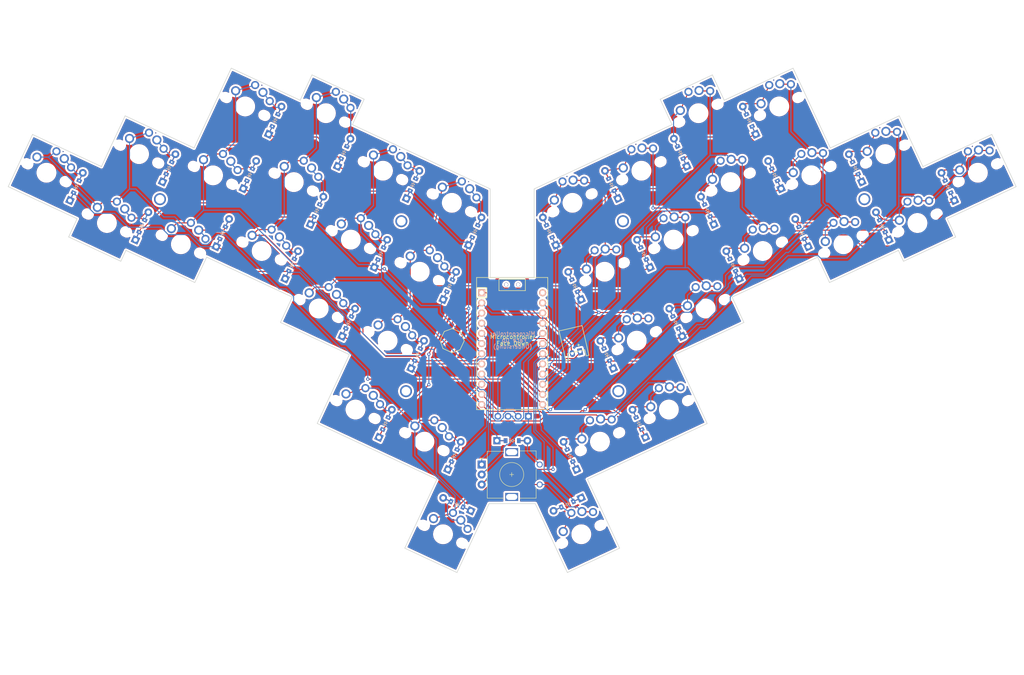
<source format=kicad_pcb>
(kicad_pcb (version 20211014) (generator pcbnew)
  (title_block (title "Balbuzard") (rev "Rev1") (company "Albert-IV"))
  (layers (0 "F.Cu" signal) (31 "B.Cu" signal) (34 "B.Paste" user) (35 "F.Paste" user) (36 "B.SilkS" user "B.Silkscreen") (37 "F.SilkS" user "F.Silkscreen") (38 "B.Mask" user) (39 "F.Mask" user) (44 "Edge.Cuts" user))
  (net 0 "")
  (net 1 "pinky_bottom")
  (net 2 "P9")
  (net 3 "P18")
  (net 4 "pinky_home")
  (net 5 "P19")
  (net 6 "pinky_top")
  (net 7 "P20")
  (net 8 "ring_bottom")
  (net 9 "P10")
  (net 10 "ring_home")
  (net 11 "ring_top")
  (net 12 "middle_bottom")
  (net 13 "P8")
  (net 14 "middle_home")
  (net 15 "middle_top")
  (net 16 "index_bottom")
  (net 17 "P16")
  (net 18 "index_home")
  (net 19 "index_top")
  (net 20 "inner_bottom")
  (net 21 "P7")
  (net 22 "inner_home")
  (net 23 "inner_top")
  (net 24 "near_thumb")
  (net 25 "P14")
  (net 26 "home_thumb")
  (net 27 "far_thumb")
  (net 28 "mirror_pinky_bottom")
  (net 29 "P4")
  (net 30 "mirror_pinky_home")
  (net 31 "P5")
  (net 32 "mirror_pinky_top")
  (net 33 "P6")
  (net 34 "mirror_ring_bottom")
  (net 35 "mirror_ring_home")
  (net 36 "mirror_ring_top")
  (net 37 "mirror_middle_bottom")
  (net 38 "mirror_middle_home")
  (net 39 "mirror_middle_top")
  (net 40 "mirror_index_bottom")
  (net 41 "mirror_index_home")
  (net 42 "mirror_index_top")
  (net 43 "mirror_inner_bottom")
  (net 44 "mirror_inner_home")
  (net 45 "mirror_inner_top")
  (net 46 "mirror_near_thumb")
  (net 47 "mirror_home_thumb")
  (net 48 "mirror_far_thumb")
  (net 49 "RAW")
  (net 50 "GND")
  (net 51 "RST")
  (net 52 "VCC")
  (net 53 "P21")
  (net 54 "P15")
  (net 55 "P1")
  (net 56 "P0")
  (net 57 "P2")
  (net 58 "P3")
  (net 59 "rotary_diode")
  (net 60 "slider_positive")
  (footprint "E73:SPDT_C128955" (layer "F.Cu") (at 139.88 83.03)
    (fp_text reference "T1" hide)
    (fp_text value "" hide)
  )
  (footprint "E73:SW_TACT_ALPS_SKQGABE010" (layer "F.Cu") (at 124.88 97.03 -115)
    (fp_text reference "B1" hide)
    (fp_text value "" hide)
  )
  (footprint "ComboDiode" (layer "F.Cu") (at 115.0689 58.0472 65)
    (fp_text reference "D12" hide)
    (fp_text value "" hide)
  )
  (footprint "PG1350" (layer "F.Cu") (at 23.4982 55.0687 -25)
    (fp_text reference "S2" hide)
    (fp_text value "" hide)
  )
  (footprint "rotary_encoder" (layer "F.Cu") (at 139.88 130.53)
    (fp_text reference "ROT1" hide)
    (fp_text value "")
  )
  (footprint "MX" (layer "F.Cu") (at 214.6375 55.7209 25)
    (fp_text reference "S45" hide)
    (fp_text value "" hide)
  )
  (footprint "ComboDiode" (layer "F.Cu") (at 225.6482 53.8967 115)
    (fp_text reference "D21" hide)
    (fp_text value "" hide)
  )
  (footprint "PG1350" (layer "F.Cu") (at 117.9423 122.2796 -25)
    (fp_text reference "S34" hide)
    (fp_text value "" hide)
  )
  (footprint "PG1350" (layer "F.Cu") (at 233.1252 50.4101 25)
    (fp_text reference "S42" hide)
    (fp_text value "" hide)
  )
  (footprint "MX" (layer "F.Cu") (at 38.6049 67.63 -25)
    (fp_text reference "S3" hide)
    (fp_text value "" hide)
  )
  (footprint "MX" (layer "F.Cu") (at 202.4891 74.6264 25)
    (fp_text reference "S49" hide)
    (fp_text value "" hide)
  )
  (footprint "MX" (layer "F.Cu") (at 100.7224 114.2499 -25)
    (fp_text reference "S31" hide)
    (fp_text value "" hide)
  )
  (footprint "PG1350" (layer "F.Cu") (at 77.2708 74.6264 -25)
    (fp_text reference "S14" hide)
    (fp_text value "" hide)
  )
  (footprint "PG1350" (layer "F.Cu") (at 157.1591 145.4161 25)
    (fp_text reference "S72" hide)
    (fp_text value "" hide)
  )
  (footprint "MountingHole_2.2mm_M2_Pad_Via" (layer "F.Cu") (at 167.573 67.1854 25)
    (fp_text reference "HOLE2" hide)
    (fp_text value "")
  )
  (footprint "ComboDiode" (layer "F.Cu") (at 180.7505 92.4869 115)
    (fp_text reference "D28" hide)
    (fp_text value "" hide)
  )
  (footprint "PG1350" (layer "F.Cu") (at 194.4593 57.4065 25)
    (fp_text reference "S52" hide)
    (fp_text value "" hide)
  )
  (footprint "PG1350" (layer "F.Cu") (at 162.978 79.8102 25)
    (fp_text reference "S64" hide)
    (fp_text value "" hide)
  )
  (footprint "ComboDiode" (layer "F.Cu") (at 67.528 70.0832 65)
    (fp_text reference "D4" hide)
    (fp_text value "" hide)
  )
  (footprint "MX" (layer "F.Cu") (at 194.4593 57.4065 25)
    (fp_text reference "S51" hide)
    (fp_text value "" hide)
  )
  (footprint "ComboDiode" (layer "F.Cu") (at 188.6728 64.5184 115)
    (fp_text reference "D26" hide)
    (fp_text value "" hide)
  )
  (footprint "MX" (layer "F.Cu") (at 91.5323 89.0003 -25)
    (fp_text reference "S19" hide)
    (fp_text value "" hide)
  )
  (footprint "PG1350" (layer "F.Cu") (at 91.5323 89.0003 -25)
    (fp_text reference "S20" hide)
    (fp_text value "" hide)
  )
  (footprint "ComboDiode" (layer "F.Cu") (at 54.1117 53.8967 65)
    (fp_text reference "D3" hide)
    (fp_text value "" hide)
  )
  (footprint "PG1350" (layer "F.Cu") (at 100.7224 114.2499 -25)
    (fp_text reference "S32" hide)
    (fp_text value "" hide)
  )
  (footprint "MX" (layer "F.Cu") (at 186.4296 40.1867 25)
    (fp_text reference "S53" hide)
    (fp_text value "" hide)
  )
  (footprint "PG1350" (layer "F.Cu") (at 186.4296 40.1867 25)
    (fp_text reference "S54" hide)
    (fp_text value "" hide)
  )
  (footprint "PG1350" (layer "F.Cu") (at 57.0927 72.9408 -25)
    (fp_text reference "S8" hide)
    (fp_text value "" hide)
  )
  (footprint "PG1350" (layer "F.Cu") (at 93.3303 40.1867 -25)
    (fp_text reference "S18" hide)
    (fp_text value "" hide)
  )
  (footprint "PG1350" (layer "F.Cu") (at 108.7522 97.03 -25)
    (fp_text reference "S26" hide)
    (fp_text value "" hide)
  )
  (footprint "ComboDiode" (layer "F.Cu") (at 139.88 122.03)
    (fp_text reference "D37" hide)
    (fp_text value "" hide)
  )
  (footprint "ComboDiode" (layer "F.Cu") (at 171.5604 117.7365 115)
    (fp_text reference "D34" hide)
    (fp_text value "" hide)
  )
  (footprint "lib:OLED_headers" (layer "F.Cu") (at 134.13 117.53 90)
    (fp_text reference "OLED1" hide)
    (fp_text value "OLED")
  )
  (footprint "ComboDiode" (layer "F.Cu") (at 172.7208 75.267 115)
    (fp_text reference "D29" hide)
    (fp_text value "" hide)
  )
  (footprint "MX" (layer "F.Cu") (at 256.2617 55.0687 25)
    (fp_text reference "S37" hide)
    (fp_text value "" hide)
  )
  (footprint "MX" (layer "F.Cu") (at 154.9482 62.5903 25)
    (fp_text reference "S65" hide)
    (fp_text value "" hide)
  )
  (footprint "MX" (layer "F.Cu") (at 180.1978 71.7804 25)
    (fp_text reference "S57" hide)
    (fp_text value "" hide)
  )
  (footprint "MX" (layer "F.Cu") (at 124.8117 62.5903 -25)
    (fp_text reference "S29" hide)
    (fp_text value "" hide)
  )
  (footprint "MX" (layer "F.Cu") (at 241.155 67.63 25)
    (fp_text reference "S39" hide)
    (fp_text value "" hide)
  )
  (footprint "MountingHole_2.2mm_M2_Pad_Via" (layer "F.Cu") (at 113.3472 109.6548 -25)
    (fp_text reference "HOLE5" hide)
    (fp_text value "")
  )
  (footprint "MX" (layer "F.Cu") (at 46.6347 50.4101 -25)
    (fp_text reference "S5" hide)
    (fp_text value "" hide)
  )
  (footprint "MX" (layer "F.Cu") (at 108.7522 97.03 -25)
    (fp_text reference "S25" hide)
    (fp_text value "" hide)
  )
  (footprint "MX" (layer "F.Cu") (at 172.1681 54.5606 25)
    (fp_text reference "S59" hide)
    (fp_text value "" hide)
  )
  (footprint "ComboDiode" (layer "F.Cu") (at 30.9752 58.5553 65)
    (fp_text reference "D1" hide)
    (fp_text value "" hide)
  )
  (footprint "ComboDiode" (layer "F.Cu") (at 153.6725 137.9391 -155)
    (fp_text reference "D36" hide)
    (fp_text value "" hide)
  )
  (footprint "ComboDiode" (layer "F.Cu") (at 97.849 50.0174 65)
    (fp_text reference "D9" hide)
    (fp_text value "" hide)
  )
  (footprint "PG1350" (layer "F.Cu") (at 161.8176 122.2796 25)
    (fp_text reference "S70" hide)
    (fp_text value "" hide)
  )
  (footprint "PG1350" (layer "F.Cu") (at 256.2617 55.0687 25)
    (fp_text reference "S38" hide)
    (fp_text value "" hide)
  )
  (footprint "MX" (layer "F.Cu") (at 206.6078 38.5011 25)
    (fp_text reference "S47" hide)
    (fp_text value "" hide)
  )
  (footprint "MountingHole_2.2mm_M2_Pad_Via" (layer "F.Cu") (at 166.4127 109.6548 25)
    (fp_text reference "HOLE6" hide)
    (fp_text value "")
  )
  (footprint "ComboDiode" (layer "F.Cu") (at 181.9109 50.0174 115)
    (fp_text reference "D27" hide)
    (fp_text value "" hide)
  )
  (footprint "MX" (layer "F.Cu") (at 116.7819 79.8102 -25)
    (fp_text reference "S27" hide)
    (fp_text value "" hide)
  )
  (footprint "PG1350" (layer "F.Cu") (at 241.155 67.63 25)
    (fp_text reference "S40" hide)
    (fp_text value "" hide)
  )
  (footprint "ComboDiode" (layer "F.Cu") (at 80.6292 41.9877 65)
    (fp_text reference "D6" hide)
    (fp_text value "" hide)
  )
  (footprint "PG1350" (layer "F.Cu") (at 206.6078 38.5011 25)
    (fp_text reference "S48" hide)
    (fp_text value "" hide)
  )
  (footprint "ComboDiode" (layer "F.Cu") (at 74.2899 55.5823 65)
    (fp_text reference "D5" hide)
    (fp_text value "" hide)
  )
  (footprint "MX" (layer "F.Cu") (at 23.4982 55.0687 -25)
    (fp_text reference "S1" hide)
    (fp_text value "" hide)
  )
  (footprint "MX" (layer "F.Cu") (at 93.3303 40.1867 -25)
    (fp_text reference "S17" hide)
    (fp_text value "" hide)
  )
  (footprint "ComboDiode" (layer "F.Cu") (at 116.2292 100.5166 65)
    (fp_text reference "D13" hide)
    (fp_text value "" hide)
  )
  (footprint "ComboDiode" (layer "F.Cu") (at 212.2319 70.0832 115)
    (fp_text reference "D22" hide)
    (fp_text value "" hide)
  )
  (footprint "MX" (layer "F.Cu") (at 162.978 79.8102 25)
    (fp_text reference "S63" hide)
    (fp_text value "" hide)
  )
  (footprint "ComboDiode" (layer "F.Cu") (at 126.0875 137.9391 155)
    (fp_text reference "D18" hide)
    (fp_text value "" hide)
  )
  (footprint "ComboDiode" (layer "F.Cu") (at 164.691 58.0472 115)
    (fp_text reference "D30" hide)
    (fp_text value "" hide)
  )
  (footprint "PG1350" (layer "F.Cu") (at 65.1224 55.7209 -25)
    (fp_text reference "S10" hide)
    (fp_text value "" hide)
  )
  (footprint "ComboDiode" (layer "F.Cu") (at 130.5983 69.7022 65)
    (fp_text reference "D15" hide)
    (fp_text value "" hide)
  )
  (footprint "ComboDiode" (layer "F.Cu") (at 84.7479 78.113 65)
    (fp_text reference "D7" hide)
    (fp_text value "" hide)
  )
  (footprint "ComboDiode" (layer "F.Cu") (at 154.3406 125.7662 115)
    (fp_text reference "D35" hide)
    (fp_text value "" hide)
  )
  (footprint "PG1350" (layer "F.Cu") (at 202.4891 74.6264 25)
    (fp_text reference "S50" hide)
    (fp_text value "" hide)
  )
  (footprint "PG1350" (layer "F.Cu") (at 99.5621 71.7804 -25)
    (fp_text reference "S22" hide)
    (fp_text value "" hide)
  )
  (footprint "ComboDiode" (layer "F.Cu") (at 91.0871 64.5184 65)
    (fp_text reference "D8" hide)
    (fp_text value "" hide)
  )
  (footprint "ComboDiode" (layer "F.Cu") (at 232.4101 68.3976 115)
    (fp_text reference "D20" hide)
    (fp_text value "" hide)
  )
  (footprint "PG1350" (layer "F.Cu") (at 85.3006 57.4065 -25)
    (fp_text reference "S16" hide)
    (fp_text value "" hide)
  )
  (footprint "PG1350" (layer "F.Cu") (at 116.7819 79.8102 -25)
    (fp_text reference "S28" hide)
    (fp_text value "" hide)
  )
  (footprint "MX" (layer "F.Cu") (at 99.5621 71.7804 -25)
    (fp_text reference "S21" hide)
    (fp_text value "" hide)
  )
  (footprint "ComboDiode" (layer "F.Cu") (at 124.259 83.2968 65)
    (fp_text reference "D14" hide)
    (fp_text value "" hide)
  )
  (footprint "MX" (layer "F.Cu") (at 122.6009 145.4161 -25)
    (fp_text reference "S35" hide)
    (fp_text value "" hide)
  )
  (footprint "ComboDiode" (layer "F.Cu") (at 205.47 55.5823 115)
    (fp_text reference "D23" hide)
    (fp_text value "" hide)
  )
  (footprint "PG1350" (layer "F.Cu") (at 46.6347 50.4101 -25)
    (fp_text reference "S6" hide)
    (fp_text value "" hide)
  )
  (footprint "PG1350" (layer "F.Cu") (at 122.6009 145.4161 -25)
    (fp_text reference "S36" hide)
    (fp_text value "" hide)
  )
  (footprint "MX" (layer "F.Cu") (at 179.0375 114.2499 25)
    (fp_text reference "S67" hide)
    (fp_text value "" hide)
  )
  (footprint "ComboDiode" (layer "F.Cu") (at 99.0094 92.4869 65)
    (fp_text reference "D10" hide)
    (fp_text value "" hide)
  )
  (footprint "MX" (layer "F.Cu") (at 233.1252 50.4101 25)
    (fp_text reference "S41" hide)
    (fp_text value "" hide)
  )
  (footprint "PG1350" (layer "F.Cu") (at 107.5918 54.5606 -25)
    (fp_text reference "S24" hide)
    (fp_text value "" hide)
  )
  (footprint "MX" (layer "F.Cu") (at 107.5918 54.5606 -25)
    (fp_text reference "S23" hide)
    (fp_text value "" hide)
  )
  (footprint "MX" (layer "F.Cu") (at 117.9423 122.2796 -25)
    (fp_text reference "S33" hide)
    (fp_text value "" hide)
  )
  (footprint "MountingHole_2.2mm_M2_Pad_Via" (layer "F.Cu") (at 51.8637 61.6754 -25)
    (fp_text reference "HOLE3" hide)
    (fp_text value "")
  )
  (footprint "ComboDiode" (layer "F.Cu") (at 149.1617 69.7022 115)
    (fp_text reference "D33" hide)
    (fp_text value "" hide)
  )
  (footprint "ComboDiode" (layer "F.Cu") (at 155.5009 83.2968 115)
    (fp_text reference "D32" hide)
    (fp_text value "" hide)
  )
  (footprint "MX" (layer "F.Cu") (at 77.2708 74.6264 -25)
    (fp_text reference "S13" hide)
    (fp_text value "" hide)
  )
  (footprint "MX" (layer "F.Cu") (at 171.0077 97.03 25)
    (fp_text reference "S61" hide)
    (fp_text value "" hide)
  )
  (footprint "MX" (layer "F.Cu") (at 188.2276 89.0003 25)
    (fp_text reference "S55" hide)
    (fp_text value "" hide)
  )
  (footprint "ComboDiode" (layer "F.Cu") (at 199.1307 41.9877 115)
    (fp_text reference "D24" hide)
    (fp_text value "" hide)
  )
  (footprint "PG1350" (layer "F.Cu") (at 222.6673 72.9408 25)
    (fp_text reference "S44" hide)
    (fp_text value "" hide)
  )
  (footprint "MX" (layer "F.Cu") (at 85.3006 57.4065 -25)
    (fp_text reference "S15" hide)
    (fp_text value "" hide)
  )
  (footprint "PG1350" (layer "F.Cu") (at 38.6049 67.63 -25)
    (fp_text reference "S4" hide)
    (fp_text value "" hide)
  )
  (footprint "MX" (layer "F.Cu") (at 65.1224 55.7209 -25)
    (fp_text reference "S9" hide)
    (fp_text value "" hide)
  )
  (footprint "PG1350" (layer "F.Cu") (at 180.1978 71.7804 25)
    (fp_text reference "S58" hide)
    (fp_text value "" hide)
  )
  (footprint "ComboDiode" (layer "F.Cu") (at 125.4193 125.7662 65)
    (fp_text reference "D17" hide)
    (fp_text value "" hide)
  )
  (footprint "ComboDiode" (layer "F.Cu") (at 108.1995 117.7365 65)
    (fp_text reference "D16" hide)
    (fp_text value "" hide)
  )
  (footprint "ProMicro" (layer "F.Cu") (at 139.88 99.03 -90)
    (fp_text reference "MCU1" hide)
    (fp_text value "" hide)
  )
  (footprint "MX" (layer "F.Cu") (at 57.0927 72.9408 -25)
    (fp_text reference "S7" hide)
    (fp_text value "" hide)
  )
  (footprint "PG1350" (layer "F.Cu") (at 179.0375 114.2499 25)
    (fp_text reference "S68" hide)
    (fp_text value "" hide)
  )
  (footprint "MX" (layer "F.Cu") (at 222.6673 72.9408 25)
    (fp_text reference "S43" hide)
    (fp_text value "" hide)
  )
  (footprint "JST_PH_S2B-PH-K_02x2.00mm_Angled" (layer "F.Cu") (at 155.88 100.03 -167)
    (fp_text reference "JST1" hide)
    (fp_text value "" hide)
  )
  (footprint "ComboDiode" (layer "F.Cu") (at 47.3498 68.3976 65)
    (fp_text reference "D2" hide)
    (fp_text value "" hide)
  )
  (footprint "PG1350" (layer "F.Cu") (at 124.8117 62.5903 -25)
    (fp_text reference "S30" hide)
    (fp_text value "" hide)
  )
  (footprint "PG1350" (layer "F.Cu") (at 188.2276 89.0003 25)
    (fp_text reference "S56" hide)
    (fp_text value "" hide)
  )
  (footprint "PG1350" (layer "F.Cu") (at 73.1521 38.5011 -25)
    (fp_text reference "S12" hide)
    (fp_text value "" hide)
  )
  (footprint "MountingHole_2.2mm_M2_Pad_Via" (layer "F.Cu") (at 112.1869 67.1854 -25)
    (fp_text reference "HOLE1" hide)
    (fp_text value "")
  )
  (footprint "PG1350" (layer "F.Cu") (at 172.1681 54.5606 25)
    (fp_text reference "S60" hide)
    (fp_text value "" hide)
  )
  (footprint "ComboDiode" (layer "F.Cu") (at 107.0391 75.267 65)
    (fp_text reference "D11" hide)
    (fp_text value "" hide)
  )
  (footprint "MountingHole_2.2mm_M2_Pad_Via" (layer "F.Cu") (at 227.8962 61.6754 25)
    (fp_text reference "HOLE4" hide)
    (fp_text value "")
  )
  (footprint "ComboDiode" (layer "F.Cu") (at 195.012 78.113 115)
    (fp_text reference "D25" hide)
    (fp_text value "" hide)
  )
  (footprint "MX" (layer "F.Cu") (at 73.1521 38.5011 -25)
    (fp_text reference "S11" hide)
    (fp_text value "" hide)
  )
  (footprint "ComboDiode" (layer "F.Cu") (at 248.7847 58.5553 115)
    (fp_text reference "D19" hide)
    (fp_text value "" hide)
  )
  (footprint "MX" (layer "F.Cu") (at 157.1591 145.4161 25)
    (fp_text reference "S71" hide)
    (fp_text value "" hide)
  )
  (footprint "PG1350" (layer "F.Cu") (at 171.0077 97.03 25)
    (fp_text reference "S62" hide)
    (fp_text value "" hide)
  )
  (footprint "ComboDiode" (layer "F.Cu") (at 163.5307 100.5166 115)
    (fp_text reference "D31" hide)
    (fp_text value "" hide)
  )
  (footprint "PG1350" (layer "F.Cu") (at 214.6375 55.7209 25)
    (fp_text reference "S46" hide)
    (fp_text value "" hide)
  )
  (footprint "MX" (layer "F.Cu") (at 161.8176 122.2796 25)
    (fp_text reference "S69" hide)
    (fp_text value "" hide)
  )
  (footprint "PG1350" (layer "F.Cu") (at 154.9482 62.5903 25)
    (fp_text reference "S66" hide)
    (fp_text value "" hide)
  )
  (gr_line (start 113.032589 148.89868) (end 121.062336 131.678832) (layer "Edge.Cuts") (width 0.15))
  (gr_line (start 43.355366 74.479296) (end 60.575214 82.509043) (layer "Edge.Cuts") (width 0.15))
  (gr_line (start 219.184696 82.509043) (end 236.404544 74.479296) (layer "Edge.Cuts") (width 0.15))
  (gr_line (start 13.929923 58.551231) (end 31.149771 66.580978) (layer "Edge.Cuts") (width 0.15))
  (gr_line (start 236.404544 74.479296) (end 237.672399 77.19822) (layer "Edge.Cuts") (width 0.15))
  (gr_line (start 134.113168 137.764535) (end 145.646742 137.764535) (layer "Edge.Cuts") (width 0.15))
  (gr_line (start 192.870483 36.962559) (end 210.090331 28.932812) (layer "Edge.Cuts") (width 0.15))
  (gr_line (start 180.575984 100.512581) (end 197.795832 92.482834) (layer "Edge.Cuts") (width 0.15))
  (gr_line (start 145.379955 59.107756) (end 145.379955 81.240321) (layer "Edge.Cuts") (width 0.15))
  (gr_line (start 192.870483 36.962559) (end 189.912155 30.618405) (layer "Edge.Cuts") (width 0.15))
  (gr_line (start 99.940259 43.048262) (end 102.898587 36.704108) (layer "Edge.Cuts") (width 0.15))
  (gr_line (start 237.672399 77.19822) (end 250.723231 71.112517) (layer "Edge.Cuts") (width 0.15))
  (gr_line (start 194.837504 86.13868) (end 216.226368 76.164889) (layer "Edge.Cuts") (width 0.15))
  (gr_line (start 189.912155 30.618405) (end 176.861323 36.704108) (layer "Edge.Cuts") (width 0.15))
  (gr_line (start 69.669579 28.932812) (end 86.889427 36.962559) (layer "Edge.Cuts") (width 0.15))
  (gr_line (start 210.090331 28.932812) (end 219.387933 48.871584) (layer "Edge.Cuts") (width 0.15))
  (gr_line (start 134.379955 81.240321) (end 134.379955 59.107756) (layer "Edge.Cuts") (width 0.15))
  (gr_line (start 216.226368 76.164889) (end 219.184696 82.509043) (layer "Edge.Cuts") (width 0.15))
  (gr_line (start 176.861323 36.704108) (end 179.819651 43.048262) (layer "Edge.Cuts") (width 0.15))
  (gr_line (start 42.087512 77.19822) (end 43.355366 74.479296) (layer "Edge.Cuts") (width 0.15))
  (gr_line (start 84.922406 86.13868) (end 81.964078 92.482834) (layer "Edge.Cuts") (width 0.15))
  (gr_line (start 145.379955 59.107756) (end 179.819651 43.048262) (layer "Edge.Cuts") (width 0.15))
  (gr_line (start 197.795832 92.482834) (end 194.837504 86.13868) (layer "Edge.Cuts") (width 0.15))
  (gr_line (start 20.015626 45.500398) (end 13.929923 58.551231) (layer "Edge.Cuts") (width 0.15))
  (gr_line (start 60.371977 48.871584) (end 69.669579 28.932812) (layer "Edge.Cuts") (width 0.15))
  (gr_line (start 113.032589 148.89868) (end 126.083421 154.984383) (layer "Edge.Cuts") (width 0.15))
  (gr_line (start 60.575214 82.509043) (end 63.533542 76.164889) (layer "Edge.Cuts") (width 0.15))
  (gr_line (start 81.964078 92.482834) (end 99.183926 100.512581) (layer "Edge.Cuts") (width 0.15))
  (gr_line (start 248.61014 66.580978) (end 265.829988 58.551231) (layer "Edge.Cuts") (width 0.15))
  (gr_line (start 43.152129 40.841836) (end 60.371977 48.871584) (layer "Edge.Cuts") (width 0.15))
  (gr_line (start 236.607781 40.841836) (end 242.524437 53.530145) (layer "Edge.Cuts") (width 0.15))
  (gr_line (start 265.829988 58.551231) (end 259.744285 45.500398) (layer "Edge.Cuts") (width 0.15))
  (gr_line (start 145.646742 137.764535) (end 153.676489 154.984383) (layer "Edge.Cuts") (width 0.15))
  (gr_line (start 242.524437 53.530145) (end 259.744285 45.500398) (layer "Edge.Cuts") (width 0.15))
  (gr_line (start 63.533542 76.164889) (end 84.922406 86.13868) (layer "Edge.Cuts") (width 0.15))
  (gr_line (start 99.940259 43.048262) (end 134.379955 59.107756) (layer "Edge.Cuts") (width 0.15))
  (gr_line (start 37.235474 53.530145) (end 43.152129 40.841836) (layer "Edge.Cuts") (width 0.15))
  (gr_line (start 250.723231 71.112517) (end 248.61014 66.580978) (layer "Edge.Cuts") (width 0.15))
  (gr_line (start 158.697574 131.678832) (end 188.605731 117.732429) (layer "Edge.Cuts") (width 0.15))
  (gr_line (start 219.387933 48.871584) (end 236.607781 40.841836) (layer "Edge.Cuts") (width 0.15))
  (gr_line (start 29.036679 71.112517) (end 42.087512 77.19822) (layer "Edge.Cuts") (width 0.15))
  (gr_line (start 31.149771 66.580978) (end 29.036679 71.112517) (layer "Edge.Cuts") (width 0.15))
  (gr_line (start 153.676489 154.984383) (end 166.727321 148.89868) (layer "Edge.Cuts") (width 0.15))
  (gr_line (start 102.898587 36.704108) (end 89.847755 30.618405) (layer "Edge.Cuts") (width 0.15))
  (gr_line (start 145.379955 81.240321) (end 134.379955 81.240321) (layer "Edge.Cuts") (width 0.15))
  (gr_line (start 89.847755 30.618405) (end 86.889427 36.962559) (layer "Edge.Cuts") (width 0.15))
  (gr_line (start 180.575984 100.512581) (end 188.605731 117.732429) (layer "Edge.Cuts") (width 0.15))
  (gr_line (start 91.154179 117.732429) (end 121.062336 131.678832) (layer "Edge.Cuts") (width 0.15))
  (gr_line (start 91.154179 117.732429) (end 99.183926 100.512581) (layer "Edge.Cuts") (width 0.15))
  (gr_line (start 20.015626 45.500398) (end 37.235474 53.530145) (layer "Edge.Cuts") (width 0.15))
  (gr_line (start 158.697574 131.678832) (end 166.727321 148.89868) (layer "Edge.Cuts") (width 0.15))
  (gr_line (start 126.083421 154.984383) (end 134.113168 137.764535) (layer "Edge.Cuts") (width 0.15))
  (gr_text "Microcontroller\nFace Up \n(Underslung)" (at 140 96.9) (layer "B.SilkS") (effects (font (size 1 1)) (justify mirror)))
  (gr_text "Microcontroller\nFace Down" (at 140 96.9) (layer "F.SilkS") (effects (font (size 1 1))))
  (segment (start 32.5854 55.609) (end 32.5854 55.1023) (width 0.25) (layer "F.Cu") (net 1))
  (segment (start 31.6725 57.0599) (end 32.1425 56.0519) (width 0.25) (layer "F.Cu") (net 1))
  (segment (start 32.1425 56.0519) (end 32.5854 55.609) (width 0.25) (layer "F.Cu") (net 1))
  (via (at 31.67252 57.059892) (size 0.8) (drill 0.4) (layers "F.Cu" "B.Cu") (net 1))
  (segment (start 32.1425 55.3237) (end 32.1425 56.0519) (width 0.25) (layer "B.Cu") (net 1))
  (segment (start 31.2216 55.3237) (end 29.6357 53.7378) (width 0.25) (layer "B.Cu") (net 1))
  (segment (start 27.947123 51.538107) (end 29.635688 53.737822) (width 0.25) (layer "B.Cu") (net 1))
  (segment (start 32.5854 55.1023) (end 32.364 55.3237) (width 0.25) (layer "B.Cu") (net 1))
  (segment (start 31.6725 57.0599) (end 32.1425 56.0519) (width 0.25) (layer "B.Cu") (net 1))
  (segment (start 32.364 55.3237) (end 32.1425 55.3237) (width 0.25) (layer "B.Cu") (net 1))
  (segment (start 32.1425 55.3237) (end 31.2216 55.3237) (width 0.25) (layer "B.Cu") (net 1))
  (segment (start 141.15 106.65) (end 147.5 113) (width 0.25) (layer "F.Cu") (net 2))
  (segment (start 41.0983 62.2828) (end 37.6603 62.2828) (width 0.25) (layer "F.Cu") (net 2))
  (segment (start 37.6603 62.2828) (end 36.2253 63.7178) (width 0.25) (layer "F.Cu") (net 2))
  (segment (start 236.0508 44.853) (end 233.4007 44.853) (width 0.25) (layer "F.Cu") (net 2))
  (segment (start 233.4007 44.853) (end 233.2803 44.7326) (width 0.25) (layer "F.Cu") (net 2))
  (segment (start 241.4305 62.0729) (end 241.3101 61.9525) (width 0.25) (layer "F.Cu") (net 2))
  (segment (start 244.0806 62.0729) (end 241.4305 62.0729) (width 0.25) (layer "F.Cu") (net 2))
  (segment (start 103.7967 106.65) (end 141.15 106.65) (width 0.25) (layer "F.Cu") (net 2))
  (segment (start 259.1873 49.5116) (end 256.5372 49.5116) (width 0.25) (layer "F.Cu") (net 2))
  (segment (start 256.5372 49.5116) (end 256.4168 49.3912) (width 0.25) (layer "F.Cu") (net 2))
  (via (at 103.7967 106.65) (size 0.8) (drill 0.4) (layers "F.Cu" "B.Cu") (net 2))
  (segment (start 85.2578 87.1011) (end 96.9686 98.8119) (width 0.25) (layer "B.Cu") (net 2))
  (segment (start 96.9686 98.8119) (end 98.0233 98.8119) (width 0.25) (layer "B.Cu") (net 2))
  (segment (start 55.5464 66.086) (end 62.4124 72.952) (width 0.25) (layer "B.Cu") (net 2))
  (segment (start 186.8731 93.6349) (end 187.9607 93.6349) (width 0.25) (layer "B.Cu") (net 2))
  (segment (start 44.255118 46.497903) (end 49.128148 45.062884) (width 0.25) (layer "B.Cu") (net 2))
  (segment (start 44.2551 59.126) (end 45.8408 59.126) (width 0.25) (layer "B.Cu") (net 2))
  (segment (start 23.9605 51.1565) (end 21.1186 51.1565) (width 0.25) (layer "B.Cu") (net 2))
  (segment (start 187.9607 93.6349) (end 194.3886 87.207) (width 0.25) (layer "B.Cu") (net 2))
  (segment (start 236.4981 45.3003) (end 236.0508 44.853) (width 0.25) (layer "B.Cu") (net 2))
  (segment (start 253.91 54.2868) (end 253.91 51.898) (width 0.25) (layer "B.Cu") (net 2))
  (segment (start 103.7967 104.5853) (end 103.7967 106.65) (width 0.25) (layer "B.Cu") (net 2))
  (segment (start 216.9802 76.4446) (end 223.5503 76.4446) (width 0.25) (layer "B.Cu") (net 2))
  (segment (start 83.3864 84.1049) (end 85.2578 85.9763) (width 0.25) (layer "B.Cu") (net 2))
  (segment (start 252.1788 56.018) (end 253.91 54.2868) (width 0.25) (layer "B.Cu") (net 2))
  (segment (start 244.0806 62.0729) (end 244.507 62.0729) (width 0.25) (layer "B.Cu") (net 2))
  (segment (start 149.1893 115.0145) (end 165.4935 115.0145) (width 0.25) (layer "B.Cu") (net 2))
  (segment (start 25.991648 49.721484) (end 23.9605 51.1565) (width 0.25) (layer "B.Cu") (net 2))
  (segment (start 147.5 113.3252) (end 149.1893 115.0145) (width 0.25) (layer "B.Cu") (net 2))
  (segment (start 236.4981 63.4968) (end 236.4981 60.9112) (width 0.25) (layer "B.Cu") (net 2))
  (segment (start 253.91 51.898) (end 256.4168 49.3912) (width 0.25) (layer "B.Cu") (net 2))
  (segment (start 36.2253 63.7178) (end 36.2253 63.4213) (width 0.25) (layer "B.Cu") (net 2))
  (segment (start 66.1898 70.5754) (end 68.1359 70.5754) (width 0.25) (layer "B.Cu") (net 2))
  (segment (start 165.4935 115.0145) (end 186.8731 93.6349) (width 0.25) (layer "B.Cu") (net 2))
  (segment (start 36.2253 63.4213) (end 23.9605 51.1565) (width 0.25) (layer "B.Cu") (net 2))
  (segment (start 85.2578 85.9763) (end 85.2578 87.1011) (width 0.25) (layer "B.Cu") (net 2))
  (segment (start 81.6654 84.1049) (end 83.3864 84.1049) (width 0.25) (layer "B.Cu") (net 2))
  (segment (start 44.2551 46.4979) (end 44.2551 59.126) (width 0.25) (layer "B.Cu") (net 2))
  (segment (start 244.507 62.0729) (end 250.5619 56.018) (width 0.25) (layer "B.Cu") (net 2))
  (segment (start 240.2688 60.9112) (end 241.3101 61.9525) (width 0.25) (layer "B.Cu") (net 2))
  (segment (start 98.0233 98.8119) (end 103.7967 104.5853) (width 0.25) (layer "B.Cu") (net 2))
  (segment (start 44.2551 59.126) (end 41.0983 62.2828) (width 0.25) (layer "B.Cu") (net 2))
  (segment (start 236.4981 60.9112) (end 240.2688 60.9112) (width 0.25) (layer "B.Cu") (net 2))
  (segment (start 147.5 113) (end 147.5 113.3252) (width 0.25) (layer "B.Cu") (net 2))
  (segment (start 194.3886 87.207) (end 194.3886 86.113) (width 0.25) (layer "B.Cu") (net 2))
  (segment (start 194.3886 86.113) (end 199.6355 80.8661) (width 0.25) (layer "B.Cu") (net 2))
  (segment (start 199.6355 80.8661) (end 203.6945 80.8661) (width 0.25) (layer "B.Cu") (net 2))
  (segment (start 223.5503 76.4446) (end 236.4981 63.4968) (width 0.25) (layer "B.Cu") (net 2))
  (segment (start 62.4124 72.952) (end 63.8132 72.952) (width 0.25) (layer "B.Cu") (net 2))
  (segment (start 236.4981 60.9112) (end 236.4981 45.3003) (width 0.25) (layer "B.Cu") (net 2))
  (segment (start 63.8132 72.952) (end 66.1898 70.5754) (width 0.25) (layer "B.Cu") (net 2))
  (segment (start 203.6945 80.8661) (end 208.7642 75.7964) (width 0.25) (layer "B.Cu") (net 2))
  (segment (start 52.8008 66.086) (end 55.5464 66.086) (width 0.25) (layer "B.Cu") (net 2))
  (segment (start 68.1359 70.5754) (end 81.6654 84.1049) (width 0.25) (layer "B.Cu") (net 2))
  (segment (start 208.7642 75.7964) (end 216.332 75.7964) (width 0.25) (layer "B.Cu") (net 2))
  (segment (start 45.8408 59.126) (end 52.8008 66.086) (width 0.25) (layer "B.Cu") (net 2))
  (segment (start 250.5619 56.018) (end 252.1788 56.018) (width 0.25) (layer "B.Cu") (net 2))
  (segment (start 216.332 75.7964) (end 216.9802 76.4446) (width 0.25) (layer "B.Cu") (net 2))
  (segment (start 84.0506 79.6084) (end 83.9289 79.7301) (width 0.25) (layer "F.Cu") (net 3))
  (segment (start 128.0394 138.8494) (end 127.7959 138.8494) (width 0.25) (layer "F.Cu") (net 3))
  (segment (start 66.8307 71.8221) (end 66.8307 71.5786) (width 0.25) (layer "F.Cu") (net 3))
  (segment (start 127.7959 138.8494) (end 127.5829 138.6364) (width 0.25) (layer "F.Cu") (net 3))
  (segment (start 72.9129 79.7301) (end 67.4189 74.2361) (width 0.25) (layer "F.Cu") (net 3))
  (segment (start 115.5319 102.012) (end 114.4376 101.5017) (width 0.25) (layer "F.Cu") (net 3))
  (segment (start 98.0991 94.4388) (end 98.3121 94.2258) (width 0.25) (layer "F.Cu") (net 3))
  (segment (start 29.365 62.0083) (end 30.0649 60.5072) (width 0.25) (layer "F.Cu") (net 3))
  (segment (start 65.9178 73.5362) (end 66.6177 72.0351) (width 0.25) (layer "F.Cu") (net 3))
  (segment (start 30.0649 60.5072) (end 30.2779 60.2942) (width 0.25) (layer "F.Cu") (net 3))
  (segment (start 83.8376 80.0649) (end 83.8376 79.7301) (width 0.25) (layer "F.Cu") (net 3))
  (segment (start 132.26 102.84) (end 116.944 102.84) (width 0.25) (layer "F.Cu") (net 3))
  (segment (start 129.5405 139.5493) (end 128.0394 138.8494) (width 0.25) (layer "F.Cu") (net 3))
  (segment (start 114.4375 101.5018) (end 114.4376 101.5017) (width 0.25) (layer "F.Cu") (net 3))
  (segment (start 116.944 102.84) (end 116.6263 102.5223) (width 0.25) (layer "F.Cu") (net 3))
  (segment (start 98.3121 94.2258) (end 98.3121 93.9823) (width 0.25) (layer "F.Cu") (net 3))
  (segment (start 66.6177 72.0351) (end 66.8307 71.8221) (width 0.25) (layer "F.Cu") (net 3))
  (segment (start 103.7623 101.5018) (end 114.4375 101.5018) (width 0.25) (layer "F.Cu") (net 3))
  (segment (start 115.5319 102.012) (end 116.6263 102.5223) (width 0.25) (layer "F.Cu") (net 3))
  (segment (start 30.2779 60.2942) (end 30.2779 60.0507) (width 0.25) (layer "F.Cu") (net 3))
  (segment (start 83.8376 79.7301) (end 72.9129 79.7301) (width 0.25) (layer "F.Cu") (net 3))
  (segment (start 98.9003 96.6398) (end 103.7623 101.5018) (width 0.25) (layer "F.Cu") (net 3))
  (segment (start 83.1377 81.566) (end 83.8376 80.0649) (width 0.25) (layer "F.Cu") (net 3))
  (segment (start 97.3992 95.9399) (end 98.0991 94.4388) (width 0.25) (layer "F.Cu") (net 3))
  (segment (start 83.9289 79.7301) (end 83.8376 79.7301) (width 0.25) (layer "F.Cu") (net 3))
  (segment (start 97.3992 95.9399) (end 98.9003 96.6398) (width 0.25) (layer "F.Cu") (net 3))
  (segment (start 65.9178 73.5362) (end 67.4189 74.2361) (width 0.25) (layer "F.Cu") (net 3))
  (via (at 66.8307 71.5786) (size 0.8) (drill 0.4) (layers "F.Cu" "B.Cu") (net 3))
  (via (at 98.3121 93.9823) (size 0.8) (drill 0.4) (layers "F.Cu" "B.Cu") (net 3))
  (via (at 30.2779 60.0507) (size 0.8) (drill 0.4) (layers "F.Cu" "B.Cu") (net 3))
  (via (at 115.53188 102.012008) (size 0.8) (drill 0.4) (layers "F.Cu" "B.Cu") (net 3))
  (via (at 84.05058 79.608408) (size 0.8) (drill 0.4) (layers "F.Cu" "B.Cu") (net 3))
  (via (at 127.582908 138.63642) (size 0.8) (drill 0.4) (layers "F.Cu" "B.Cu") (net 3))
  (segment (start 66.6177 72.0351) (end 66.8307 71.8221) (width 0.25) (layer "B.Cu") (net 3))
  (segment (start 98.3121 92.5045) (end 98.7821 92.9745) (width 0.25) (layer "B.Cu") (net 3))
  (segment (start 84.0506 79.9584) (end 86.8195 79.9584) (width 0.25) (layer "B.Cu") (net 3))
  (segment (start 114.619024 103.969633) (end 115.53188 102.012008) (width 0.25) (layer "B.Cu") (net 3))
  (segment (start 66.83068 71.578608) (end 66.8307 71.5786) (width 0.25) (layer "B.Cu") (net 3))
  (segment (start 29.365 62.0083) (end 30.0649 60.5072) (width 0.25) (layer "B.Cu") (net 3))
  (segment (start 116.7453 117.4733) (end 116.7453 106.0959) (width 0.25) (layer "B.Cu") (net 3))
  (segment (start 128.0932 137.542) (end 120.9228 130.3716) (width 0.25) (layer "B.Cu") (net 3))
  (segment (start 120.9228 130.3716) (end 120.9228 121.6508) (width 0.25) (layer "B.Cu") (net 3))
  (segment (start 129.5405 139.5493) (end 128.0394 138.8494) (width 0.25) (layer "B.Cu") (net 3))
  (segment (start 128.0394 138.8494) (end 127.796 138.8494) (width 0.25) (layer "B.Cu") (net 3))
  (segment (start 62.012 73.5362) (end 65.9178 73.5362) (width 0.25) (layer "B.Cu") (net 3))
  (segment (start 97.3992 95.9399) (end 98.0991 94.4388) (width 0.25) (layer "B.Cu") (net 3))
  (segment (start 66.8307 71.8221) (end 66.8307 71.5786) (width 0.25) (layer "B.Cu") (net 3))
  (segment (start 98.3121 94.2258) (end 98.3121 93.9823) (width 0.25) (layer "B.Cu") (net 3))
  (segment (start 30.5418 60.3244) (end 35.431 65.2136) (width 0.25) (layer "B.Cu") (net 3))
  (segment (start 116.7453 106.0959) (end 114.619024 103.969633) (width 0.25) (layer "B.Cu") (net 3))
  (segment (start 86.8195 79.9584) (end 97.8618 91.0007) (width 0.25) (layer "B.Cu") (net 3))
  (segment (start 83.9441 79.9584) (end 84.0506 79.9584) (width 0.25) (layer "B.Cu") (net 3))
  (segment (start 65.9178 73.5362) (end 66.6177 72.0351) (width 0.25) (layer "B.Cu") (net 3))
  (segment (start 43.9857 68.6869) (end 52.0813 68.6869) (width 0.25) (layer "B.Cu") (net 3))
  (segment (start 120.9228 121.6508) (end 116.7453 117.4733) (width 0.25) (layer "B.Cu") (net 3))
  (segment (start 127.5829 138.6364) (end 128.0932 137.542) (width 0.25) (layer "B.Cu") (net 3))
  (segment (start 30.27788 60.050708) (end 30.2779 60.0507) (width 0.25) (layer "B.Cu") (net 3))
  (segment (start 98.3121 93.9823) (end 98.7821 92.9745) (width 0.25) (layer "B.Cu") (net 3))
  (segment (start 30.2477 60.3244) (end 30.2779 60.3244) (width 0.25) (layer "B.Cu") (net 3))
  (segment (start 97.8618 91.0007) (end 97.8618 91.6375) (width 0.25) (layer "B.Cu") (net 3))
  (segment (start 127.583 138.6364) (end 127.5829 138.6364) (width 0.25) (layer "B.Cu") (net 3))
  (segment (start 35.431 65.2136) (end 40.5124 65.2136) (width 0.25) (layer "B.Cu") (net 3))
  (segment (start 30.0649 60.5072) (end 30.2477 60.3244) (width 0.25) (layer "B.Cu") (net 3))
  (segment (start 40.5124 65.2136) (end 43.9857 68.6869) (width 0.25) (layer "B.Cu") (net 3))
  (segment (start 52.0813 68.6869) (end 53.9188 70.5244) (width 0.25) (layer "B.Cu") (net 3))
  (segment (start 98.3121 92.0878) (end 98.3121 92.5045) (width 0.25) (layer "B.Cu") (net 3))
  (segment (start 127.796 138.8494) (end 127.583 138.6364) (width 0.25) (layer "B.Cu") (net 3))
  (segment (start 83.8376 80.0649) (end 83.9441 79.9584) (width 0.25) (layer "B.Cu") (net 3))
  (segment (start 83.1377 81.566) (end 83.8376 80.0649) (width 0.25) (layer "B.Cu") (net 3))
  (segment (start 53.9188 70.5244) (end 59.0002 70.5244) (width 0.25) (layer "B.Cu") (net 3))
  (segment (start 84.0506 79.9584) (end 84.0506 79.6084) (width 0.25) (layer "B.Cu") (net 3))
  (segment (start 98.0991 94.4388) (end 98.3121 94.2258) (width 0.25) (layer "B.Cu") (net 3))
  (segment (start 98.31208 93.982308) (end 98.3121 93.9823) (width 0.25) (layer "B.Cu") (net 3))
  (segment (start 30.2779 60.3244) (end 30.2779 60.0507) (width 0.25) (layer "B.Cu") (net 3))
  (segment (start 30.2779 60.3244) (end 30.5418 60.3244) (width 0.25) (layer "B.Cu") (net 3))
  (segment (start 59.0002 70.5244) (end 62.012 73.5362) (width 0.25) (layer "B.Cu") (net 3))
  (segment (start 97.8618 91.6375) (end 98.3121 92.0878) (width 0.25) (layer "B.Cu") (net 3))
  (segment (start 48.0471 66.9022) (end 46.9527 66.3919) (width 0.25) (layer "F.Cu") (net 4))
  (segment (start 48.4 64.9446) (end 46.9527 66.3919) (width 0.25) (layer "F.Cu") (net 4))
  (segment (start 44.8352 66.3919) (end 44.7424 66.2991) (width 0.25) (layer "F.Cu") (net 4))
  (segment (start 46.9527 66.3919) (end 44.8352 66.3919) (width 0.25) (layer "F.Cu") (net 4))
  (segment (start 48.96 64.9446) (end 48.4 64.9446) (width 0.25) (layer "F.Cu") (net 4))
  (via (at 48.04712 66.902192) (size 0.8) (drill 0.4) (layers "F.Cu" "B.Cu") (net 4))
  (segment (start 48.5171 65.3875) (end 48.5171 65.8942) (width 0.25) (layer "B.Cu") (net 4))
  (segment (start 48.96 64.9446) (end 48.5171 65.3875) (width 0.25) (layer "B.Cu") (net 4))
  (segment (start 48.0471 66.9022) (end 48.5171 65.8942) (width 0.25) (layer "B.Cu") (net 4))
  (segment (start 44.7424 66.2991) (end 43.0538 64.6105) (width 0.25) (layer "B.Cu") (net 4))
  (segment (start 43.0538 64.6105) (end 43.0538 64.0994) (width 0.25) (layer "B.Cu") (net 4))
  (segment (start 89.4769 67.9714) (end 90.1768 66.4703) (width 0.25) (layer "F.Cu") (net 5))
  (segment (start 105.4289 78.72) (end 106.1288 77.2189) (width 0.25) (layer "F.Cu") (net 5))
  (segment (start 73.5926 57.3212) (end 73.5926 57.0777) (width 0.25) (layer "F.Cu") (net 5))
  (segment (start 124.509 127.7181) (end 124.722 127.5051) (width 0.25) (layer "F.Cu") (net 5))
  (segment (start 90.2681 66.1355) (end 90.1768 66.1355) (width 0.25) (layer "F.Cu") (net 5))
  (segment (start 106.1288 77.2189) (end 106.3418 77.0059) (width 0.25) (layer "F.Cu") (net 5))
  (segment (start 71.3208 62.5952) (end 74.1808 59.7352) (width 0.25) (layer "F.Cu") (net 5))
  (segment (start 107.2841 79.0658) (end 107.9593 79.0658) (width 0.25) (layer "F.Cu") (net 5))
  (segment (start 106.93 79.4199) (end 107.2841 79.0658) (width 0.25) (layer "F.Cu") (net 5))
  (segment (start 45.7396 71.8506) (end 46.4395 70.3495) (width 0.25) (layer "F.Cu") (net 5))
  (segment (start 106.3418 77.0059) (end 106.3418 76.7624) (width 0.25) (layer "F.Cu") (net 5))
  (segment (start 90.1768 66.1355) (end 80.5811 66.1355) (width 0.25) (layer "F.Cu") (net 5))
  (segment (start 72.6797 59.0353) (end 74.1808 59.7352) (width 0.25) (layer "F.Cu") (net 5))
  (segment (start 90.3898 66.0138) (end 90.2681 66.1355) (width 0.25) (layer "F.Cu") (net 5))
  (segment (start 47.1225 68.8852) (end 47.782 68.8852) (width 0.25) (layer "F.Cu") (net 5))
  (segment (start 124.722 127.5051) (end 124.722 127.2616) (width 0.25) (layer "F.Cu") (net 5))
  (segment (start 72.6797 59.0353) (end 73.3796 57.5342) (width 0.25) (layer "F.Cu") (net 5))
  (segment (start 46.6525 69.893) (end 47.1225 68.8852) (width 0.25) (layer "F.Cu") (net 5))
  (segment (start 122.6488 86.2431) (end 122.6488 86.7498) (width 0.25) (layer "F.Cu") (net 5))
  (segment (start 123.8091 129.2192) (end 124.509 127.7181) (width 0.25) (layer "F.Cu") (net 5))
  (segment (start 47.782 68.8852) (end 54.072 62.5952) (width 0.25) (layer "F.Cu") (net 5))
  (segment (start 54.072 62.5952) (end 71.3208 62.5952) (width 0.25) (layer "F.Cu") (net 5))
  (segment (start 105.4289 78.72) (end 106.93 79.4199) (width 0.25) (layer "F.Cu") (net 5))
  (segment (start 46.4395 70.3495) (end 46.6525 70.1365) (width 0.25) (layer "F.Cu") (net 5))
  (segment (start 90.1768 66.4703) (end 90.1768 66.1355) (width 0.25) (layer "F.Cu") (net 5))
  (segment (start 123.5617 84.7922) (end 123.0917 85.8002) (width 0.25) (layer "F.Cu") (net 5))
  (segment (start 80.5811 66.1355) (end 74.1808 59.7352) (width 0.25) (layer "F.Cu") (net 5))
  (segment (start 123.0917 85.8002) (end 122.6488 86.2431) (width 0.25) (layer "F.Cu") (net 5))
  (segment (start 46.6525 70.1365) (end 46.6525 69.893) (width 0.25) (layer "F.Cu") (net 5))
  (segment (start 73.3796 57.5342) (end 73.5926 57.3212) (width 0.25) (layer "F.Cu") (net 5))
  (via (at 124.72198 127.261608) (size 0.8) (drill 0.4) (layers "F.Cu" "B.Cu") (net 5))
  (via (at 73.5926 57.0777) (size 0.8) (drill 0.4) (layers "F.Cu" "B.Cu") (net 5))
  (via (at 106.3418 76.7624) (size 0.8) (drill 0.4) (layers "F.Cu" "B.Cu") (net 5))
  (via (at 46.65248 69.893008) (size 0.8) (drill 0.4) (layers "F.Cu" "B.Cu") (net 5))
  (via (at 123.5617 84.7922) (size 0.8) (drill 0.4) (layers "F.Cu" "B.Cu") (net 5))
  (via (at 107.9593 79.0658) (size 0.8) (drill 0.4) (layers "F.Cu" "B.Cu") (net 5))
  (via (at 90.38978 66.013808) (size 0.8) (drill 0.4) (layers "F.Cu" "B.Cu") (net 5))
  (segment (start 131.8932 109.2583) (end 130.5372 107.9023) (width 0.25) (layer "B.Cu") (net 5))
  (segment (start 124.509 127.7181) (end 124.722 127.5051) (width 0.25) (layer "B.Cu") (net 5))
  (segment (start 106.34178 76.762408) (end 106.3418 76.7624) (width 0.25) (layer "B.Cu") (net 5))
  (segment (start 133.506 118.4776) (end 133.506 109.9889) (width 0.25) (layer "B.Cu") (net 5))
  (segment (start 73.5926 57.3212) (end 73.5926 57.0777) (width 0.25) (layer "B.Cu") (net 5))
  (segment (start 124.722 127.2616) (end 125.192 126.2538) (width 0.25) (layer "B.Cu") (net 5))
  (segment (start 105.4289 78.72) (end 106.1288 77.2189) (width 0.25) (layer "B.Cu") (net 5))
  (segment (start 130.5372 107.9023) (end 130.5372 102.0228) (width 0.25) (layer "B.Cu") (net 5))
  (segment (start 122.6488 86.2431) (end 122.6488 86.7498) (width 0.25) (layer "B.Cu") (net 5))
  (segment (start 124.722 127.5051) (end 124.722 127.2616) (width 0.25) (layer "B.Cu") (net 5))
  (segment (start 101.4748 78.0201) (end 90.8975 67.4428) (width 0.25) (layer "B.Cu") (net 5))
  (segment (start 123.0917 85.8002) (end 122.6488 86.2431) (width 0.25) (layer "B.Cu") (net 5))
  (segment (start 133.506 109.9889) (end 132.7754 109.2583) (width 0.25) (layer "B.Cu") (net 5))
  (segment (start 106.1288 77.2189) (end 106.3418 77.0059) (width 0.25) (layer "B.Cu") (net 5))
  (segment (start 90.8975 67.4428) (end 90.0055 67.4428) (width 0.25) (layer "B.Cu") (net 5))
  (segment (start 89.4769 67.9714) (end 90.0055 67.4428) (width 0.25) (layer "B.Cu") (net 5))
  (segment (start 105.4289 78.72) (end 103.9278 78.0201) (width 0.25) (layer "B.Cu") (net 5))
  (segment (start 122.6488 86.7498) (end 121.9489 88.2509) (width 0.25) (layer "B.Cu") (net 5))
  (segment (start 123.8091 129.2192) (end 124.509 127.7181) (width 0.25) (layer "B.Cu") (net 5))
  (segment (start 90.0055 67.1075) (end 89.9198 67.0218) (width 0.25) (layer "B.Cu") (net 5))
  (segment (start 46.4395 70.3495) (end 46.6525 70.1365) (width 0.25) (layer "B.Cu") (net 5))
  (segment (start 46.6525 70.1365) (end 46.6525 69.893) (width 0.25) (layer "B.Cu") (net 5))
  (segment (start 73.59258 57.077708) (end 73.5926 57.0777) (width 0.25) (layer "B.Cu") (net 5))
  (segment (start 132.7754 109.2583) (end 131.8932 109.2583) (width 0.25) (layer "B.Cu") (net 5))
  (segment (start 106.3418 77.0059) (end 106.3418 76.7624) (width 0.25) (layer "B.Cu") (net 5))
  (segment (start 132.26 100.3) (end 121.9489 89.9889) (width 0.25) (layer "B.Cu") (net 5))
  (segment (start 72.6797 59.0353) (end 73.3796 57.5342) (width 0.25) (layer "B.Cu") (net 5))
  (segment (start 90.3898 66.0138) (end 89.9198 67.0218) (width 0.25) (layer "B.Cu") (net 5))
  (segment (start 121.9489 89.9889) (end 121.9489 88.2509) (width 0.25) (layer "B.Cu") (net 5))
  (segment (start 123.56168 84.792208) (end 123.5617 84.7922) (width 0.25) (layer "B.Cu") (net 5))
  (segment (start 125.192 126.2538) (end 125.7298 126.2538) (width 0.25) (layer "B.Cu") (net 5))
  (segment (start 103.9278 78.0201) (end 101.4748 78.0201) (width 0.25) (layer "B.Cu") (net 5))
  (segment (start 121.9489 88.2509) (end 117.1444 88.2509) (width 0.25) (layer "B.Cu") (net 5))
  (segment (start 125.7298 126.2538) (end 133.506 118.4776) (width 0.25) (layer "B.Cu") (net 5))
  (segment (start 90.0055 67.4428) (end 90.0055 67.1075) (width 0.25) (layer "B.Cu") (net 5))
  (segment (start 45.7396 71.8506) (end 46.4395 70.3495) (width 0.25) (layer "B.Cu") (net 5))
  (segment (start 123.5617 84.7922) (end 123.0917 85.8002) (width 0.25) (layer "B.Cu") (net 5))
  (segment (start 130.5372 102.0228) (end 132.26 100.3) (width 0.25) (layer "B.Cu") (net 5))
  (segment (start 73.3796 57.5342) (end 73.5926 57.3212) (width 0.25) (layer "B.Cu") (net 5))
  (segment (start 117.1444 88.2509) (end 107.9593 79.0658) (width 0.25) (layer "B.Cu") (net 5))
  (segment (start 55.279 51.3933) (end 55.7219 50.9504) (width 0.25) (layer "F.Cu") (net 6))
  (segment (start 55.7219 50.9504) (end 55.7219 50.4437) (width 0.25) (layer "F.Cu") (net 6))
  (segment (start 54.809 52.4013) (end 55.279 51.3933) (width 0.25) (layer "F.Cu") (net 6))
  (via (at 54.80902 52.401292) (size 0.8) (drill 0.4) (layers "F.Cu" "B.Cu") (net 6))
  (segment (start 55.5005 50.6651) (end 55.279 50.6651) (width 0.25) (layer "B.Cu") (net 6))
  (segment (start 54.809 52.4013) (end 55.279 51.3933) (width 0.25) (layer "B.Cu") (net 6))
  (segment (start 55.7219 50.4437) (end 55.5005 50.6651) (width 0.25) (layer "B.Cu") (net 6))
  (segment (start 51.083623 46.879507) (end 52.772188 49.079222) (width 0.25) (layer "B.Cu") (net 6))
  (segment (start 54.3581 50.6651) (end 52.7722 49.0792) (width 0.25) (layer "B.Cu") (net 6))
  (segment (start 55.279 50.6651) (end 55.279 51.3933) (width 0.25) (layer "B.Cu") (net 6))
  (segment (start 55.279 50.6651) (end 54.3581 50.6651) (width 0.25) (layer "B.Cu") (net 6))
  (segment (start 78.4893 48.1714) (end 80.5201 46.1406) (width 0.25) (layer "F.Cu") (net 7))
  (segment (start 103.2339 59.6643) (end 97.7399 54.1703) (width 0.25) (layer "F.Cu") (net 7))
  (segment (start 114.2499 59.6643) (end 114.1586 59.6643) (width 0.25) (layer "F.Cu") (net 7))
  (segment (start 97.1517 51.5128) (end 96.0574 51.0025) (width 0.25) (layer "F.Cu") (net 7))
  (segment (start 96.0574 51.0025) (end 91.1955 46.1406) (width 0.25) (layer "F.Cu") (net 7))
  (segment (start 53.2014 55.8486) (end 53.4144 55.6356) (width 0.25) (layer "F.Cu") (net 7))
  (segment (start 79.9319 43.7266) (end 79.9319 43.4831) (width 0.25) (layer "F.Cu") (net 7))
  (segment (start 129.431 72.2056) (end 128.9881 72.6485) (width 0.25) (layer "F.Cu") (net 7))
  (segment (start 107.50218 119.231908) (end 106.589324 121.189533) (width 0.25) (layer "F.Cu") (net 7))
  (segment (start 96.9387 51.9693) (end 97.1517 51.7563) (width 0.25) (layer "F.Cu") (net 7))
  (segment (start 53.8844 54.3843) (end 54.5439 54.3843) (width 0.25) (layer "F.Cu") (net 7))
  (segment (start 119.055 100.415) (end 124.005 89.615) (width 0.25) (layer "F.Cu") (net 7))
  (segment (start 79.7189 43.9396) (end 79.9319 43.7266) (width 0.25) (layer "F.Cu") (net 7))
  (segment (start 114.3716 59.5426) (end 114.2499 59.6643) (width 0.25) (layer "F.Cu") (net 7))
  (segment (start 114.1586 59.6643) (end 103.2339 59.6643) (width 0.25) (layer "F.Cu") (net 7))
  (segment (start 67.6292 48.1714) (end 78.4893 48.1714) (width 0.25) (layer "F.Cu") (net 7))
  (segment (start 53.4144 55.6356) (end 53.4144 55.3921) (width 0.25) (layer "F.Cu") (net 7))
  (segment (start 113.4587 61.5002) (end 114.1586 59.9991) (width 0.25) (layer "F.Cu") (net 7))
  (segment (start 129.901 71.1976) (end 129.431 72.2056) (width 0.25) (layer "F.Cu") (net 7))
  (segment (start 59.0049 49.9233) (end 65.8773 49.9233) (width 0.25) (layer "F.Cu") (net 7))
  (segment (start 79.019 45.4407) (end 79.7189 43.9396) (width 0.25) (layer "F.Cu") (net 7))
  (segment (start 124.005 89.615) (end 128.9881 88.9981) (width 0.25) (layer "F.Cu") (net 7))
  (segment (start 79.019 45.4407) (end 80.5201 46.1406) (width 0.25) (layer "F.Cu") (net 7))
  (segment (start 114.1586 59.9991) (end 114.1586 59.6643) (width 0.25) (layer "F.Cu") (net 7))
  (segment (start 107.50218 119.231908) (end 119.055 108.015) (width 0.25) (layer "F.Cu") (net 7))
  (segment (start 96.2388 53.4704) (end 97.7399 54.1703) (width 0.25) (layer "F.Cu") (net 7))
  (segment (start 52.5015 57.3497) (end 53.2014 55.8486) (width 0.25) (layer "F.Cu") (net 7))
  (segment (start 91.1955 46.1406) (end 80.5201 46.1406) (width 0.25) (layer "F.Cu") (net 7))
  (segment (start 97.1517 51.7563) (end 97.1517 51.5128) (width 0.25) (layer "F.Cu") (net 7))
  (segment (start 96.2388 53.4704) (end 96.9387 51.9693) (width 0.25) (layer "F.Cu") (net 7))
  (segment (start 53.4144 55.3921) (end 53.8844 54.3843) (width 0.25) (layer "F.Cu") (net 7))
  (segment (start 128.9881 72.6485) (end 128.9881 73.1552) (width 0.25) (layer "F.Cu") (net 7))
  (segment (start 54.5439 54.3843) (end 59.0049 49.9233) (width 0.25) (layer "F.Cu") (net 7))
  (segment (start 65.8773 49.9233) (end 67.6292 48.1714) (width 0.25) (layer "F.Cu") (net 7))
  (via (at 79.9319 43.4831) (size 0.8) (drill 0.4) (layers "F.Cu" "B.Cu") (net 7))
  (via (at 114.3716 59.5426) (size 0.8) (drill 0.4) (layers "F.Cu" "B.Cu") (net 7))
  (via (at 119.055 108.015) (size 0.8) (drill 0.4) (layers "F.Cu" "B.Cu") (net 7))
  (via (at 53.4144 55.3921) (size 0.8) (drill 0.4) (layers "F.Cu" "B.Cu") (net 7))
  (via (at 129.90098 71.197608) (size 0.8) (drill 0.4) (layers "F.Cu" "B.Cu") (net 7))
  (via (at 128.9881 88.9981) (size 0.8) (drill 0.4) (layers "F.Cu" "B.Cu") (net 7))
  (via (at 119.055 100.415) (size 0.8) (drill 0.4) (layers "F.Cu" "B.Cu") (net 7))
  (via (at 107.50218 119.231908) (size 0.8) (drill 0.4) (layers "F.Cu" "B.Cu") (net 7))
  (via (at 97.1517 51.5128) (size 0.8) (drill 0.4) (layers "F.Cu" "B.Cu") (net 7))
  (segment (start 79.7189 43.9396) (end 79.9319 43.7266) (width 0.25) (layer "B.Cu") (net 7))
  (segment (start 96.2388 53.4704) (end 96.9387 51.9693) (width 0.25) (layer "B.Cu") (net 7))
  (segment (start 79.93188 43.483108) (end 79.9319 43.4831) (width 0.25) (layer "B.Cu") (net 7))
  (segment (start 128.9881 73.1552) (end 128.2882 74.6563) (width 0.25) (layer "B.Cu") (net 7))
  (segment (start 53.2014 55.8486) (end 53.4144 55.6356) (width 0.25) (layer "B.Cu") (net 7))
  (segment (start 97.1517 51.7563) (end 97.1517 51.5128) (width 0.25) (layer "B.Cu") (net 7))
  (segment (start 97.15168 51.512808) (end 97.1517 51.5128) (width 0.25) (layer "B.Cu") (net 7))
  (segment (start 128.9881 75.3562) (end 128.2882 74.6563) (width 0.25) (layer "B.Cu") (net 7))
  (segment (start 128.9881 94.4881) (end 128.9881 88.9981) (width 0.25) (layer "B.Cu") (net 7))
  (segment (start 53.4144 55.6356) (end 53.4144 55.3921) (width 0.25) (layer "B.Cu") (net 7))
  (segment (start 114.37158 59.542608) (end 114.3716 59.5426) (width 0.25) (layer "B.Cu") (net 7))
  (segment (start 129.431 72.2056) (end 129.2096 72.427) (width 0.25) (layer "B.Cu") (net 7))
  (segment (start 96.9387 51.9693) (end 97.1517 51.7563) (width 0.25) (layer "B.Cu") (net 7))
  (segment (start 79.9319 43.7266) (end 79.9319 43.4831) (width 0.25) (layer "B.Cu") (net 7))
  (segment (start 113.4587 61.5002) (end 114.1586 59.9991) (width 0.25) (layer "B.Cu") (net 7))
  (segment (start 127.0125 72.427) (end 114.3716 59.7861) (width 0.25) (layer "B.Cu") (net 7))
  (segment (start 119.055 108.015) (end 119.055 100.415) (width 0.25) (layer "B.Cu") (net 7))
  (segment (start 129.2096 72.427) (end 128.9881 72.427) (width 0.25) (layer "B.Cu") (net 7))
  (segment (start 52.5015 57.3497) (end 53.2014 55.8486) (width 0.25) (layer "B.Cu") (net 7))
  (segment (start 114.3716 59.7861) (end 114.3716 59.5426) (width 0.25) (layer "B.Cu") (net 7))
  (segment (start 129.901 71.1976) (end 129.431 72.2056) (width 0.25) (layer "B.Cu") (net 7))
  (segment (start 79.019 45.4407) (end 79.7189 43.9396) (width 0.25) (layer "B.Cu") (net 7))
  (segment (start 128.9881 72.427) (end 128.9881 73.1552) (width 0.25) (layer "B.Cu") (net 7))
  (segment (start 128.9881 72.427) (end 127.0125 72.427) (width 0.25) (layer "B.Cu") (net 7))
  (segment (start 132.26 97.76) (end 128.9881 94.4881) (width 0.25) (layer "B.Cu") (net 7))
  (segment (start 128.9881 88.9981) (end 128.9881 75.3562) (width 0.25) (layer "B.Cu") (net 7))
  (segment (start 114.1586 59.9991) (end 114.3716 59.7861) (width 0.25) (layer "B.Cu") (net 7))
  (segment (start 53.41438 55.392108) (end 53.4144 55.3921) (width 0.25) (layer "B.Cu") (net 7))
  (segment (start 67.5699 69.4102) (end 67.7553 69.5956) (width 0.25) (layer "F.Cu") (net 8))
  (segment (start 68.6953 67.5798) (end 69.1382 67.1369) (width 0.25) (layer "F.Cu") (net 8))
  (segment (start 61.5416 69.4102) (end 67.5699 69.4102) (width 0.25) (layer "F.Cu") (net 8))
  (segment (start 68.2253 68.5878) (end 68.6953 67.5798) (width 0.25) (layer "F.Cu") (net 8))
  (segment (start 69.1382 67.1369) (end 69.1382 66.6302) (width 0.25) (layer "F.Cu") (net 8))
  (segment (start 68.2253 68.5878) (end 67.7553 69.5956) (width 0.25) (layer "F.Cu") (net 8))
  (via (at 68.2253 68.5878) (size 0.8) (drill 0.4) (layers "F.Cu" "B.Cu") (net 8))
  (segment (start 68.2253 68.5878) (end 68.6953 67.5798) (width 0.25) (layer "B.Cu") (net 8))
  (segment (start 63.2302 71.0988) (end 61.5416 69.4102) (width 0.25) (layer "B.Cu") (net 8))
  (segment (start 68.6953 67.0731) (end 68.6953 67.5798) (width 0.25) (layer "B.Cu") (net 8))
  (segment (start 63.2302 71.6099) (end 63.2302 71.0988) (width 0.25) (layer "B.Cu") (net 8))
  (segment (start 68.22532 68.587792) (end 68.2253 68.5878) (width 0.25) (layer "B.Cu") (net 8))
  (segment (start 69.1382 66.6302) (end 68.6953 67.0731) (width 0.25) (layer "B.Cu") (net 8))
  (segment (start 209.5334 32.944) (end 206.8833 32.944) (width 0.25) (layer "F.Cu") (net 9))
  (segment (start 214.913 50.1638) (end 214.7926 50.0434) (width 0.25) (layer "F.Cu") (net 9))
  (segment (start 147.2345 114.9948) (end 146.932 114.6923) (width 0.25) (layer "F.Cu") (net 9))
  (segment (start 156.8248 114.9948) (end 147.2345 114.9948) (width 0.25) (layer "F.Cu") (net 9))
  (segment (start 217.5631 50.1638) (end 214.913 50.1638) (width 0.25) (layer "F.Cu") (net 9))
  (segment (start 64.1778 50.3737) (end 62.7428 51.8087) (width 0.25) (layer "F.Cu") (net 9))
  (segment (start 222.9428 67.3837) (end 222.8224 67.2633) (width 0.25) (layer "F.Cu") (net 9))
  (segment (start 146.932 114.6923) (end 133.9523 114.6923) (width 0.25) (layer "F.Cu") (net 9))
  (segment (start 59.5861 67.5936) (end 56.1481 67.5936) (width 0.25) (layer "F.Cu") (net 9))
  (segment (start 157.7257 114.6763) (end 157.5939 114.5445) (width 0.25) (layer "F.Cu") (net 9))
  (segment (start 157.5939 114.5445) (end 157.2206 114.5445) (width 0.25) (layer "F.Cu") (net 9))
  (segment (start 133.9523 114.6923) (end 132.26 113) (width 0.25) (layer "F.Cu") (net 9))
  (segment (start 158.1417 114.2603) (end 157.7257 114.6763) (width 0.25) (layer "F.Cu") (net 9))
  (segment (start 157.2206 114.5445) (end 156.8248 114.9403) (width 0.25) (layer "F.Cu") (net 9))
  (segment (start 56.1481 67.5936) (end 54.7131 69.0286) (width 0.25) (layer "F.Cu") (net 9))
  (segment (start 156.8248 114.9403) (end 156.8248 114.9948) (width 0.25) (layer "F.Cu") (net 9))
  (segment (start 67.6158 50.3737) (end 64.1778 50.3737) (width 0.25) (layer "F.Cu") (net 9))
  (segment (start 225.5929 67.3837) (end 222.9428 67.3837) (width 0.25) (layer "F.Cu") (net 9))
  (segment (start 206.8833 32.944) (end 206.7629 32.8236) (width 0.25) (layer "F.Cu") (net 9))
  (via (at 158.1417 114.2603) (size 0.8) (drill 0.4) (layers "F.Cu" "B.Cu") (net 9))
  (segment (start 62.7428 51.8087) (end 62.7428 64.4369) (width 0.25) (layer "B.Cu") (net 9))
  (segment (start 218.2905 63.2141) (end 218.7732 63.2141) (width 0.25) (layer "B.Cu") (net 9))
  (segment (start 193.2088 83.329) (end 191.7226 84.8152) (width 0.25) (layer "B.Cu") (net 9))
  (segment (start 70.7725 47.217) (end 67.6158 50.3737) (width 0.25) (layer "B.Cu") (net 9))
  (segment (start 185.7086 88.2296) (end 185.7086 88.3857) (width 0.25) (layer "B.Cu") (net 9))
  (segment (start 119.005 99.115) (end 120.305 99.215) (width 0.25) (layer "B.Cu") (net 9))
  (segment (start 116.5071 100.7629) (end 119.005 99.115) (width 0.25) (layer "B.Cu") (net 9))
  (segment (start 218.2905 63.2141) (end 202.9124 78.5922) (width 0.25) (layer "B.Cu") (net 9))
  (segment (start 182.4524 89.9496) (end 158.1417 114.2603) (width 0.25) (layer "B.Cu") (net 9))
  (segment (start 202.9124 78.5922) (end 195.3547 78.5922) (width 0.25) (layer "B.Cu") (net 9))
  (segment (start 86.1603 78.9032) (end 86.4786 78.9032) (width 0.25) (layer "B.Cu") (net 9))
  (segment (start 70.772518 34.588903) (end 75.645548 33.153884) (width 0.25) (layer "B.Cu") (net 9))
  (segment (start 184.1447 89.9496) (end 182.4524 89.9496) (width 0.25) (layer "B.Cu") (net 9))
  (segment (start 185.7086 88.3857) (end 184.1447 89.9496) (width 0.25) (layer "B.Cu") (net 9))
  (segment (start 193.2088 80.7381) (end 193.2088 83.329) (width 0.25) (layer "B.Cu") (net 9))
  (segment (start 218.7732 63.2141) (end 222.8224 67.2633) (width 0.25) (layer "B.Cu") (net 9))
  (segment (start 62.7428 64.4369) (end 71.694 64.4369) (width 0.25) (layer "B.Cu") (net 9))
  (segment (start 209.5334 32.944) (end 209.5334 44.7842) (width 0.25) (layer "B.Cu") (net 9))
  (segment (start 189.123 84.8152) (end 185.7086 88.2296) (width 0.25) (layer "B.Cu") (net 9))
  (segment (start 195.3547 78.5922) (end 193.2088 80.7381) (width 0.25) (layer "B.Cu") (net 9))
  (segment (start 217.5631 50.1638) (end 217.5631 62.4867) (width 0.25) (layer "B.Cu") (net 9))
  (segment (start 108.1274 100.7629) (end 116.5071 100.7629) (width 0.25) (layer "B.Cu") (net 9))
  (segment (start 120.315 101.055) (end 132.26 113) (width 0.25) (layer "B.Cu") (net 9))
  (segment (start 98.5372 90.9618) (end 98.5372 91.1727) (width 0.25) (layer "B.Cu") (net 9))
  (segment (start 120.305 99.215) (end 120.315 101.055) (width 0.25) (layer "B.Cu") (net 9))
  (segment (start 217.5631 62.4867) (end 218.2905 63.2141) (width 0.25) (layer "B.Cu") (net 9))
  (segment (start 70.7725 34.5889) (end 70.7725 47.217) (width 0.25) (layer "B.Cu") (net 9))
  (segment (start 71.694 64.4369) (end 86.1603 78.9032) (width 0.25) (layer "B.Cu") (net 9))
  (segment (start 191.7226 84.8152) (end 189.123 84.8152) (width 0.25) (layer "B.Cu") (net 9))
  (segment (start 209.5334 44.7842) (end 214.7926 50.0434) (width 0.25) (layer "B.Cu") (net 9))
  (segment (start 86.4786 78.9032) (end 98.5372 90.9618) (width 0.25) (layer "B.Cu") (net 9))
  (segment (start 98.5372 91.1727) (end 108.1274 100.7629) (width 0.25) (layer "B.Cu") (net 9))
  (segment (start 62.7428 64.4369) (end 59.5861 67.5936) (width 0.25) (layer "B.Cu") (net 9))
  (segment (start 75.4572 52.5722) (end 75.4572 53.0789) (width 0.25) (layer "F.Cu") (net 10))
  (segment (start 73.3825 54.0869) (end 71.563 54.0869) (width 0.25) (layer "F.Cu") (net 10))
  (segment (start 74.9872 54.0869) (end 73.8928 53.5766) (width 0.25) (layer "F.Cu") (net 10))
  (segment (start 74.9872 54.0869) (end 75.4572 53.0789) (width 0.25) (layer "F.Cu") (net 10))
  (segment (start 75.9001 52.1293) (end 75.4572 52.5722) (width 0.25) (layer "F.Cu") (net 10))
  (segment (start 71.563 54.0869) (end 71.2599 54.39) (width 0.25) (layer "F.Cu") (net 10))
  (segment (start 73.8928 53.5766) (end 73.3825 54.0869) (width 0.25) (layer "F.Cu") (net 10))
  (via (at 74.98722 54.086892) (size 0.8) (drill 0.4) (layers "F.Cu" "B.Cu") (net 10))
  (segment (start 75.4572 52.5722) (end 75.4572 53.0789) (width 0.25) (layer "B.Cu") (net 10))
  (segment (start 69.5713 52.7014) (end 69.5713 52.1903) (width 0.25) (layer "B.Cu") (net 10))
  (segment (start 71.2599 54.39) (end 69.5713 52.7014) (width 0.25) (layer "B.Cu") (net 10))
  (segment (start 75.9001 52.1293) (end 75.4572 52.5722) (width 0.25) (layer "B.Cu") (net 10))
  (segment (start 74.9872 54.0869) (end 75.4572 53.0789) (width 0.25) (layer "B.Cu") (net 10))
  (segment (start 82.2394 39.0414) (end 82.2394 38.5347) (width 0.25) (layer "F.Cu") (net 11))
  (segment (start 81.3265 40.4923) (end 81.7965 39.4843) (width 0.25) (layer "F.Cu") (net 11))
  (segment (start 81.7965 39.4843) (end 82.2394 39.0414) (width 0.25) (layer "F.Cu") (net 11))
  (via (at 81.376044 40.386044) (size 0.8) (drill 0.4) (layers "F.Cu" "B.Cu") (net 11))
  (segment (start 77.601023 34.970507) (end 79.289588 37.170222) (width 0.25) (layer "B.Cu") (net 11))
  (segment (start 81.7965 38.7561) (end 80.8755 38.7561) (width 0.25) (layer "B.Cu") (net 11))
  (segment (start 81.7965 38.7561) (end 81.7965 39.4843) (width 0.25) (layer "B.Cu") (net 11))
  (segment (start 82.018 38.7561) (end 81.7965 38.7561) (width 0.25) (layer "B.Cu") (net 11))
  (segment (start 81.376044 40.386044) (end 81.7965 39.4843) (width 0.25) (layer "B.Cu") (net 11))
  (segment (start 80.8755 38.7561) (end 79.2896 37.1702) (width 0.25) (layer "B.Cu") (net 11))
  (segment (start 81.32652 40.492292) (end 81.376044 40.386044) (width 0.25) (layer "B.Cu") (net 11))
  (segment (start 82.2394 38.5347) (end 82.018 38.7561) (width 0.25) (layer "B.Cu") (net 11))
  (segment (start 81.3265 40.4923) (end 81.376044 40.386044) (width 0.25) (layer "B.Cu") (net 11))
  (segment (start 85.4452 76.6176) (end 85.9152 75.6096) (width 0.25) (layer "F.Cu") (net 12))
  (segment (start 85.9152 75.6096) (end 86.3581 75.1667) (width 0.25) (layer "F.Cu") (net 12))
  (segment (start 86.3581 75.1667) (end 86.3581 74.66) (width 0.25) (layer "F.Cu") (net 12))
  (via (at 85.4452 76.6176) (size 0.8) (drill 0.4) (layers "F.Cu" "B.Cu") (net 12))
  (segment (start 84.9942 74.8814) (end 83.4083 73.2955) (width 0.25) (layer "B.Cu") (net 12))
  (segment (start 85.9152 74.8814) (end 85.9152 75.6096) (width 0.25) (layer "B.Cu") (net 12))
  (segment (start 86.1367 74.8814) (end 85.9152 74.8814) (width 0.25) (layer "B.Cu") (net 12))
  (segment (start 85.9152 74.8814) (end 84.9942 74.8814) (width 0.25) (layer "B.Cu") (net 12))
  (segment (start 85.4452 76.6176) (end 85.9152 75.6096) (width 0.25) (layer "B.Cu") (net 12))
  (segment (start 85.44522 76.617592) (end 85.4452 76.6176) (width 0.25) (layer "B.Cu") (net 12))
  (segment (start 81.7197 71.0958) (end 83.4083 72.7844) (width 0.25) (layer "B.Cu") (net 12))
  (segment (start 83.4083 72.7844) (end 83.4083 73.2955) (width 0.25) (layer "B.Cu") (net 12))
  (segment (start 86.3581 74.66) (end 86.1367 74.8814) (width 0.25) (layer "B.Cu") (net 12))
  (segment (start 108.2991 100.9721) (end 102.5846 95.2576) (width 0.25) (layer "F.Cu") (net 13))
  (segment (start 197.3849 51.8494) (end 194.7348 51.8494) (width 0.25) (layer "F.Cu") (net 13))
  (segment (start 102.5846 89.1916) (end 91.2597 77.8667) (width 0.25) (layer "F.Cu") (net 13))
  (segment (start 117.4145 102.0336) (end 116.353 100.9721) (width 0.25) (layer "F.Cu") (net 13))
  (segment (start 205.4147 69.0693) (end 202.7646 69.0693) (width 0.25) (layer "F.Cu") (net 13))
  (segment (start 131.4301 101.6231) (end 131.0196 102.0336) (width 0.25) (layer "F.Cu") (net 13))
  (segment (start 79.7642 69.2792) (end 76.3262 69.2792) (width 0.25) (layer "F.Cu") (net 13))
  (segment (start 76.3262 69.2792) (end 74.8912 70.7142) (width 0.25) (layer "F.Cu") (net 13))
  (segment (start 147.5 110.46) (end 138.6631 101.6231) (width 0.25) (layer "F.Cu") (net 13))
  (segment (start 131.0196 102.0336) (end 117.4145 102.0336) (width 0.25) (layer "F.Cu") (net 13))
  (segment (start 189.3552 34.6296) (end 186.7051 34.6296) (width 0.25) (layer "F.Cu") (net 13))
  (segment (start 91.2597 77.8667) (end 85.3168 77.8667) (width 0.25) (layer "F.Cu") (net 13))
  (segment (start 85.3168 77.8667) (end 78.1643 70.7142) (width 0.25) (layer "F.Cu") (net 13))
  (segment (start 84.356 52.0593) (end 82.921 53.4943) (width 0.25) (layer "F.Cu") (net 13))
  (segment (start 138.6631 101.6231) (end 131.4301 101.6231) (width 0.25) (layer "F.Cu") (net 13))
  (segment (start 87.794 52.0593) (end 84.356 52.0593) (width 0.25) (layer "F.Cu") (net 13))
  (segment (start 78.1643 70.7142) (end 74.8912 70.7142) (width 0.25) (layer "F.Cu") (net 13))
  (segment (start 194.7348 51.8494) (end 194.6144 51.729) (width 0.25) (layer "F.Cu") (net 13))
  (segment (start 116.353 100.9721) (end 108.2991 100.9721) (width 0.25) (layer "F.Cu") (net 13))
  (segment (start 202.7646 69.0693) (end 202.6442 68.9489) (width 0.25) (layer "F.Cu") (net 13))
  (segment (start 186.7051 34.6296) (end 186.5847 34.5092) (width 0.25) (layer "F.Cu") (net 13))
  (segment (start 102.5846 95.2576) (end 102.5846 89.1916) (width 0.25) (layer "F.Cu") (net 13))
  (segment (start 189.3552 50.6975) (end 167.2885 72.7642) (width 0.25) (layer "B.Cu") (net 13))
  (segment (start 189.3552 50.6975) (end 193.5829 50.6975) (width 0.25) (layer "B.Cu") (net 13))
  (segment (start 153.8327 99.0309) (end 153.8327 104.1273) (width 0.25) (layer "B.Cu") (net 13))
  (segment (start 189.3552 34.6296) (end 189.3552 50.6975) (width 0.25) (layer "B.Cu") (net 13))
  (segment (start 82.921 53.4943) (end 82.921 66.1224) (width 0.25) (layer "B.Cu") (net 13))
  (segment (start 90.9507 48.9026) (end 87.794 52.0593) (width 0.25) (layer "B.Cu") (net 13))
  (segment (start 167.2885 75.4033) (end 166.3687 76.3231) (width 0.25) (layer "B.Cu") (net 13))
  (segment (start 82.921 66.1224) (end 79.7642 69.2792) (width 0.25) (layer "B.Cu") (net 13))
  (segment (start 95.823748 34.839484) (end 90.950718 36.274503) (width 0.25) (layer "B.Cu") (net 13))
  (segment (start 153.8327 104.1273) (end 147.5 110.46) (width 0.25) (layer "B.Cu") (net 13))
  (segment (start 166.3687 76.3231) (end 166.3687 86.4949) (width 0.25) (layer "B.Cu") (net 13))
  (segment (start 197.3849 51.8494) (end 197.3849 63.6896) (width 0.25) (layer "B.Cu") (net 13))
  (segment (start 167.2885 72.7642) (end 167.2885 75.4033) (width 0.25) (layer "B.Cu") (net 13))
  (segment (start 193.5829 50.6975) (end 194.6144 51.729) (width 0.25) (layer "B.Cu") (net 13))
  (segment (start 166.3687 86.4949) (end 153.8327 99.0309) (width 0.25) (layer "B.Cu") (net 13))
  (segment (start 90.9507 36.2745) (end 90.9507 48.9026) (width 0.25) (layer "B.Cu") (net 13))
  (segment (start 197.3849 63.6896) (end 202.6442 68.9489) (width 0.25) (layer "B.Cu") (net 13))
  (segment (start 91.7844 63.023) (end 92.2544 62.015) (width 0.25) (layer "F.Cu") (net 14))
  (segment (start 92.6973 61.5721) (end 92.6973 61.0654) (width 0.25) (layer "F.Cu") (net 14))
  (segment (start 92.2544 62.015) (end 92.6973 61.5721) (width 0.25) (layer "F.Cu") (net 14))
  (via (at 91.78442 63.022992) (size 0.8) (drill 0.4) (layers "F.Cu" "B.Cu") (net 14))
  (segment (start 92.6973 61.0654) (end 92.6973 57.3348) (width 0.25) (layer "B.Cu") (net 14))
  (segment (start 91.4381 56.0756) (end 89.7495 54.387) (width 0.25) (layer "B.Cu") (net 14))
  (segment (start 91.7844 63.023) (end 92.2544 62.015) (width 0.25) (layer "B.Cu") (net 14))
  (segment (start 89.7495 54.387) (end 89.7495 53.8759) (width 0.25) (layer "B.Cu") (net 14))
  (segment (start 92.6973 57.3348) (end 91.4381 56.0756) (width 0.25) (layer "B.Cu") (net 14))
  (segment (start 92.2544 61.5083) (end 92.6973 61.0654) (width 0.25) (layer "B.Cu") (net 14))
  (segment (start 92.2544 62.015) (end 92.2544 61.5083) (width 0.25) (layer "B.Cu") (net 14))
  (segment (start 98.5463 48.522) (end 99.0163 47.514) (width 0.25) (layer "F.Cu") (net 15))
  (segment (start 99.0163 47.514) (end 99.4592 47.0711) (width 0.25) (layer "F.Cu") (net 15))
  (segment (start 99.4592 47.0711) (end 99.4592 46.5644) (width 0.25) (layer "F.Cu") (net 15))
  (via (at 98.614892 48.374892) (size 0.8) (drill 0.4) (layers "F.Cu" "B.Cu") (net 15))
  (segment (start 98.5463 48.522) (end 98.614892 48.374892) (width 0.25) (layer "B.Cu") (net 15))
  (segment (start 98.614892 48.374892) (end 99.0163 47.514) (width 0.25) (layer "B.Cu") (net 15))
  (segment (start 99.0163 47.514) (end 99.0163 47.0073) (width 0.25) (layer "B.Cu") (net 15))
  (segment (start 97.779223 36.656107) (end 99.467788 38.855822) (width 0.25) (layer "B.Cu") (net 15))
  (segment (start 99.0163 47.0073) (end 99.4592 46.5644) (width 0.25) (layer "B.Cu") (net 15))
  (segment (start 99.532 38.92) (end 99.4678 38.8558) (width 0.25) (layer "B.Cu") (net 15))
  (segment (start 99.4592 46.5644) (end 99.532 46.4916) (width 0.25) (layer "B.Cu") (net 15))
  (segment (start 99.532 46.4916) (end 99.532 38.92) (width 0.25) (layer "B.Cu") (net 15))
  (segment (start 98.54632 48.521992) (end 98.614892 48.374892) (width 0.25) (layer "B.Cu") (net 15))
  (segment (start 100.6196 89.5406) (end 100.6196 89.0339) (width 0.25) (layer "F.Cu") (net 16))
  (segment (start 100.1767 89.9835) (end 100.6196 89.5406) (width 0.25) (layer "F.Cu") (net 16))
  (segment (start 99.7067 90.9915) (end 100.1767 89.9835) (width 0.25) (layer "F.Cu") (net 16))
  (via (at 99.70672 90.991492) (size 0.8) (drill 0.4) (layers "F.Cu" "B.Cu") (net 16))
  (segment (start 100.6196 89.0339) (end 100.3982 89.2553) (width 0.25) (layer "B.Cu") (net 16))
  (segment (start 97.6698 87.1583) (end 97.6698 87.6694) (width 0.25) (layer "B.Cu") (net 16))
  (segment (start 99.2557 89.2553) (end 97.6698 87.6694) (width 0.25) (layer "B.Cu") (net 16))
  (segment (start 100.3982 89.2553) (end 100.1767 89.2553) (width 0.25) (layer "B.Cu") (net 16))
  (segment (start 100.1767 89.2553) (end 100.1767 89.9835) (width 0.25) (layer "B.Cu") (net 16))
  (segment (start 95.9812 85.4697) (end 97.6698 87.1583) (width 0.25) (layer "B.Cu") (net 16))
  (segment (start 100.1767 89.2553) (end 99.2557 89.2553) (width 0.25) (layer "B.Cu") (net 16))
  (segment (start 99.7067 90.9915) (end 100.1767 89.9835) (width 0.25) (layer "B.Cu") (net 16))
  (segment (start 102.0555 66.4332) (end 98.6175 66.4332) (width 0.25) (layer "F.Cu") (net 17))
  (segment (start 98.6175 66.4332) (end 97.1825 67.8682) (width 0.25) (layer "F.Cu") (net 17))
  (segment (start 132.26 110.46) (end 136.0419 114.2419) (width 0.25) (layer "F.Cu") (net 17))
  (segment (start 188.5031 83.4432) (end 188.3827 83.3228) (width 0.25) (layer "F.Cu") (net 17))
  (segment (start 172.323221 48.883106) (end 175.09369 49.003539) (width 0.25) (layer "F.Cu") (net 17))
  (segment (start 178.1395 63.8895) (end 175.0937 63.8895) (width 0.25) (layer "F.Cu") (net 17))
  (segment (start 94.0257 83.6531) (end 90.5877 83.6531) (width 0.25) (layer "F.Cu") (net 17))
  (segment (start 191.1532 83.4432) (end 188.5031 83.4432) (width 0.25) (layer "F.Cu") (net 17))
  (segment (start 183.1234 66.2233) (end 180.4733 66.2233) (width 0.25) (layer "F.Cu") (net 17))
  (segment (start 90.5877 83.6531) (end 89.1527 85.0881) (width 0.25) (layer "F.Cu") (net 17))
  (segment (start 180.4733 66.2233) (end 180.3529 66.1029) (width 0.25) (layer "F.Cu") (net 17))
  (segment (start 136.0419 114.2419) (end 149.4532 114.2419) (width 0.25) (layer "F.Cu") (net 17))
  (segment (start 180.3529 66.1029) (end 178.1395 63.8895) (width 0.25) (layer "F.Cu") (net 17))
  (via (at 175.0937 63.8895) (size 0.8) (drill 0.4) (layers "F.Cu" "B.Cu") (net 17))
  (via (at 149.4532 114.2419) (size 0.8) (drill 0.4) (layers "F.Cu" "B.Cu") (net 17))
  (segment (start 175.0937 49.0035) (end 175.0937 63.8895) (width 0.25) (layer "B.Cu") (net 17))
  (segment (start 107.234 81.6236) (end 96.0552 81.6236) (width 0.25) (layer "B.Cu") (net 17))
  (segment (start 183.1234 66.2233) (end 183.1234 78.7909) (width 0.25) (layer "B.Cu") (net 17))
  (segment (start 183.1234 78.7909) (end 178.3425 78.7909) (width 0.25) (layer "B.Cu") (net 17))
  (segment (start 102.0555 69.9222) (end 107.4253 75.292) (width 0.25) (layer "B.Cu") (net 17))
  (segment (start 105.2122 50.6484) (end 105.2122 63.2765) (width 0.25) (layer "B.Cu") (net 17))
  (segment (start 159.6397 104.0554) (end 149.4532 114.2419) (width 0.25) (layer "B.Cu") (net 17))
  (segment (start 129.8784 108.0784) (end 129.8784 104.268) (width 0.25) (layer "B.Cu") (net 17))
  (segment (start 107.4253 75.292) (end 107.4253 77.6574) (width 0.25) (layer "B.Cu") (net 17))
  (segment (start 132.26 110.46) (end 129.8784 108.0784) (width 0.25) (layer "B.Cu") (net 17))
  (segment (start 129.8784 104.268) (end 107.234 81.6236) (width 0.25) (layer "B.Cu") (net 17))
  (segment (start 188.3827 83.3228) (end 183.8508 78.7909) (width 0.25) (layer "B.Cu") (net 17))
  (segment (start 96.0552 81.6236) (end 94.0257 83.6531) (width 0.25) (layer "B.Cu") (net 17))
  (segment (start 178.3425 78.7909) (end 159.6397 97.4937) (width 0.25) (layer "B.Cu") (net 17))
  (segment (start 102.0555 66.4332) (end 102.0555 69.9222) (width 0.25) (layer "B.Cu") (net 17))
  (segment (start 183.8508 78.7909) (end 183.1234 78.7909) (width 0.25) (layer "B.Cu") (net 17))
  (segment (start 105.2122 63.2765) (end 102.0555 66.4332) (width 0.25) (layer "B.Cu") (net 17))
  (segment (start 107.4253 77.6574) (end 107.234 77.8487) (width 0.25) (layer "B.Cu") (net 17))
  (segment (start 159.6397 97.4937) (end 159.6397 104.0554) (width 0.25) (layer "B.Cu") (net 17))
  (segment (start 105.212218 50.648403) (end 110.085248 49.213384) (width 0.25) (layer "B.Cu") (net 17))
  (segment (start 107.234 77.8487) (end 107.234 81.6236) (width 0.25) (layer "B.Cu") (net 17))
  (segment (start 108.2064 72.7636) (end 108.6493 72.3207) (width 0.25) (layer "F.Cu") (net 18))
  (segment (start 108.6493 72.3207) (end 108.6493 71.814) (width 0.25) (layer "F.Cu") (net 18))
  (segment (start 107.7364 73.7716) (end 108.2064 72.7636) (width 0.25) (layer "F.Cu") (net 18))
  (via (at 107.73642 73.771592) (size 0.8) (drill 0.4) (layers "F.Cu" "B.Cu") (net 18))
  (segment (start 108.2064 72.0354) (end 107.2855 72.0354) (width 0.25) (layer "B.Cu") (net 18))
  (segment (start 104.011 68.2498) (end 105.6996 69.9384) (width 0.25) (layer "B.Cu") (net 18))
  (segment (start 108.2064 72.0354) (end 108.2064 72.7636) (width 0.25) (layer "B.Cu") (net 18))
  (segment (start 107.2855 72.0354) (end 105.6996 70.4495) (width 0.25) (layer "B.Cu") (net 18))
  (segment (start 107.7364 73.7716) (end 108.2064 72.7636) (width 0.25) (layer "B.Cu") (net 18))
  (segment (start 105.6996 69.9384) (end 105.6996 70.4495) (width 0.25) (layer "B.Cu") (net 18))
  (segment (start 108.6493 71.814) (end 108.4279 72.0354) (width 0.25) (layer "B.Cu") (net 18))
  (segment (start 108.4279 72.0354) (end 108.2064 72.0354) (width 0.25) (layer "B.Cu") (net 18))
  (via (at 115.76622 56.551792) (size 0.8) (drill 0.4) (layers "F.Cu" "B.Cu") (net 19))
  (segment (start 113.729288 53.229722) (end 116.679076 54.594167) (width 0.25) (layer "B.Cu") (net 19))
  (segment (start 116.679076 54.594167) (end 115.76622 56.551792) (width 0.25) (layer "B.Cu") (net 19))
  (segment (start 112.040723 51.030007) (end 113.729288 53.229722) (width 0.25) (layer "B.Cu") (net 19))
  (segment (start 117.8394 97.5703) (end 117.8394 97.0636) (width 0.25) (layer "F.Cu") (net 20))
  (segment (start 116.9265 99.0212) (end 117.3965 98.0132) (width 0.25) (layer "F.Cu") (net 20))
  (segment (start 117.3965 98.0132) (end 117.8394 97.5703) (width 0.25) (layer "F.Cu") (net 20))
  (via (at 116.92652 99.021192) (size 0.8) (drill 0.4) (layers "F.Cu" "B.Cu") (net 20))
  (segment (start 114.8897 95.188) (end 114.8897 95.6991) (width 0.25) (layer "B.Cu") (net 20))
  (segment (start 113.2011 93.4994) (end 114.8897 95.188) (width 0.25) (layer "B.Cu") (net 20))
  (segment (start 116.4756 97.285) (end 114.8897 95.6991) (width 0.25) (layer "B.Cu") (net 20))
  (segment (start 117.8394 97.0636) (end 117.618 97.285) (width 0.25) (layer "B.Cu") (net 20))
  (segment (start 116.9265 99.0212) (end 117.3965 98.0132) (width 0.25) (layer "B.Cu") (net 20))
  (segment (start 117.3965 97.285) (end 116.4756 97.285) (width 0.25) (layer "B.Cu") (net 20))
  (segment (start 117.618 97.285) (end 117.3965 97.285) (width 0.25) (layer "B.Cu") (net 20))
  (segment (start 117.3965 97.285) (end 117.3965 98.0132) (width 0.25) (layer "B.Cu") (net 20))
  (segment (start 122.432118 58.678103) (end 119.275348 74.462984) (width 0.25) (layer "F.Cu") (net 21))
  (segment (start 169.7956 89.9853) (end 161.5462 89.9853) (width 0.25) (layer "F.Cu") (net 21))
  (segment (start 155.103321 56.912806) (end 157.87379 57.033239) (width 0.25) (layer "F.Cu") (net 21))
  (segment (start 171.2832 91.4729) (end 171.1628 91.3525) (width 0.25) (layer "F.Cu") (net 21))
  (segment (start 173.9333 91.4729) (end 171.2832 91.4729) (width 0.25) (layer "F.Cu") (net 21))
  (segment (start 111.2456 91.6828) (end 107.8076 91.6828) (width 0.25) (layer "F.Cu") (net 21))
  (segment (start 142.9424 83.3546) (end 142.4003 83.8967) (width 0.25) (layer "F.Cu") (net 21))
  (segment (start 114.4023 88.5261) (end 111.2456 91.6828) (width 0.25) (layer "F.Cu") (net 21))
  (segment (start 107.8076 91.6828) (end 106.3726 93.1178) (width 0.25) (layer "F.Cu") (net 21))
  (segment (start 142.4003 83.8967) (end 137.8348 83.8967) (width 0.25) (layer "F.Cu") (net 21))
  (segment (start 157.87379 57.033239) (end 161.6252 58.6498) (width 0.25) (layer "F.Cu") (net 21))
  (segment (start 163.1252 61.2498) (end 163.133121 74.132706) (width 0.25) (layer "F.Cu") (net 21))
  (segment (start 161.5462 89.9853) (end 158.2142 89.9853) (width 0.25) (layer "F.Cu") (net 21))
  (segment (start 115.8373 74.463) (end 114.4023 75.898) (width 0.25) (layer "F.Cu") (net 21))
  (segment (start 151.5835 83.3546) (end 142.9424 83.3546) (width 0.25) (layer "F.Cu") (net 21))
  (segment (start 137.8348 83.8967) (end 137.2512 83.3131) (width 0.25) (layer "F.Cu") (net 21))
  (segment (start 137.2512 83.3131) (end 114.4023 83.3131) (width 0.25) (layer "F.Cu") (net 21))
  (segment (start 158.2142 89.9853) (end 151.5835 83.3546) (width 0.25) (layer "F.Cu") (net 21))
  (segment (start 114.4023 83.3131) (end 114.4023 88.5261) (width 0.25) (layer "F.Cu") (net 21))
  (segment (start 161.6252 58.6498) (end 163.1252 61.2498) (width 0.25) (layer "F.Cu") (net 21))
  (segment (start 119.2753 74.463) (end 115.8373 74.463) (width 0.25) (layer "F.Cu") (net 21))
  (segment (start 163.2535 74.2531) (end 163.1331 74.1327) (width 0.25) (layer "F.Cu") (net 21))
  (segment (start 171.1628 91.3525) (end 169.7956 89.9853) (width 0.25) (layer "F.Cu") (net 21))
  (segment (start 114.4023 75.898) (end 114.4023 83.3131) (width 0.25) (layer "F.Cu") (net 21))
  (segment (start 165.9036 74.2531) (end 163.2535 74.2531) (width 0.25) (layer "F.Cu") (net 21))
  (via (at 161.5462 89.9853) (size 0.8) (drill 0.4) (layers "F.Cu" "B.Cu") (net 21))
  (segment (start 151.5958 103.8242) (end 147.5 107.92) (width 0.25) (layer "B.Cu") (net 21))
  (segment (start 160.6544 76.6114) (end 163.1331 74.1327) (width 0.25) (layer "B.Cu") (net 21))
  (segment (start 161.5462 89.9853) (end 160.6544 89.0935) (width 0.25) (layer "B.Cu") (net 21))
  (segment (start 122.432118 58.678103) (end 127.305148 57.243084) (width 0.25) (layer "B.Cu") (net 21))
  (segment (start 160.6544 89.0935) (end 160.6544 76.6114) (width 0.25) (layer "B.Cu") (net 21))
  (segment (start 151.5958 99.9357) (end 151.5958 103.8242) (width 0.25) (layer "B.Cu") (net 21))
  (segment (start 161.5462 89.9853) (end 151.5958 99.9357) (width 0.25) (layer "B.Cu") (net 21))
  (segment (start 125.4263 80.7934) (end 125.8692 80.3505) (width 0.25) (layer "F.Cu") (net 22))
  (segment (start 124.9563 81.8014) (end 125.4263 80.7934) (width 0.25) (layer "F.Cu") (net 22))
  (segment (start 125.8692 80.3505) (end 125.8692 79.8438) (width 0.25) (layer "F.Cu") (net 22))
  (via (at 124.9563 81.8014) (size 0.8) (drill 0.4) (layers "F.Cu" "B.Cu") (net 22))
  (segment (start 124.5053 80.0652) (end 122.9194 78.4793) (width 0.25) (layer "B.Cu") (net 22))
  (segment (start 125.4263 80.0652) (end 124.5053 80.0652) (width 0.25) (layer "B.Cu") (net 22))
  (segment (start 122.9194 77.9682) (end 122.9194 78.4793) (width 0.25) (layer "B.Cu") (net 22))
  (segment (start 124.95632 81.801392) (end 124.9563 81.8014) (width 0.25) (layer "B.Cu") (net 22))
  (segment (start 125.4263 80.0652) (end 125.4263 80.7934) (width 0.25) (layer "B.Cu") (net 22))
  (segment (start 121.2308 76.2796) (end 122.9194 77.9682) (width 0.25) (layer "B.Cu") (net 22))
  (segment (start 125.8692 79.8438) (end 125.6478 80.0652) (width 0.25) (layer "B.Cu") (net 22))
  (segment (start 124.9563 81.8014) (end 125.4263 80.7934) (width 0.25) (layer "B.Cu") (net 22))
  (segment (start 125.6478 80.0652) (end 125.4263 80.0652) (width 0.25) (layer "B.Cu") (net 22))
  (segment (start 131.7656 67.1988) (end 132.2085 66.7559) (width 0.25) (layer "F.Cu") (net 23))
  (segment (start 131.2956 68.2068) (end 131.7656 67.1988) (width 0.25) (layer "F.Cu") (net 23))
  (segment (start 132.2085 66.7559) (end 132.2085 66.2492) (width 0.25) (layer "F.Cu") (net 23))
  (via (at 131.29562 68.206792) (size 0.8) (drill 0.4) (layers "F.Cu" "B.Cu") (net 23))
  (segment (start 131.9871 66.4706) (end 131.9871 66.2492) (width 0.25) (layer "B.Cu") (net 23))
  (segment (start 131.9871 66.2492) (end 131.9871 62.2973) (width 0.25) (layer "B.Cu") (net 23))
  (segment (start 132.2085 66.2492) (end 131.9871 66.2492) (width 0.25) (layer "B.Cu") (net 23))
  (segment (start 131.7656 67.1988) (end 131.7656 66.6921) (width 0.25) (layer "B.Cu") (net 23))
  (segment (start 131.7656 66.6921) (end 131.9871 66.4706) (width 0.25) (layer "B.Cu") (net 23))
  (segment (start 131.2956 68.2068) (end 131.7656 67.1988) (width 0.25) (layer "B.Cu") (net 23))
  (segment (start 129.260623 59.059707) (end 130.949188 61.259422) (width 0.25) (layer "B.Cu") (net 23))
  (segment (start 131.9871 62.2973) (end 130.9492 61.2594) (width 0.25) (layer "B.Cu") (net 23))
  (segment (start 109.8097 114.7902) (end 109.8097 114.2835) (width 0.25) (layer "F.Cu") (net 24))
  (segment (start 109.3668 115.2331) (end 109.8097 114.7902) (width 0.25) (layer "F.Cu") (net 24))
  (segment (start 108.89682 116.241092) (end 109.003106 116.013106) (width 0.25) (layer "F.Cu") (net 24))
  (segment (start 109.003106 116.013106) (end 109.3668 115.2331) (width 0.25) (layer "F.Cu") (net 24))
  (segment (start 108.8968 116.2411) (end 109.003106 116.013106) (width 0.25) (layer "F.Cu") (net 24))
  (via (at 108.8968 116.2411) (size 0.8) (drill 0.4) (layers "F.Cu" "B.Cu") (net 24))
  (segment (start 109.3668 114.5049) (end 108.4458 114.5049) (width 0.25) (layer "B.Cu") (net 24))
  (segment (start 108.8968 116.2411) (end 109.3668 115.2331) (width 0.25) (layer "B.Cu") (net 24))
  (segment (start 109.8097 114.2835) (end 109.5883 114.5049) (width 0.25) (layer "B.Cu") (net 24))
  (segment (start 109.5883 114.5049) (end 109.3668 114.5049) (width 0.25) (layer "B.Cu") (net 24))
  (segment (start 108.4458 114.5049) (end 106.8599 112.919) (width 0.25) (layer "B.Cu") (net 24))
  (segment (start 106.8599 112.4079) (end 106.8599 112.919) (width 0.25) (layer "B.Cu") (net 24))
  (segment (start 108.89682 116.241092) (end 108.8968 116.2411) (width 0.25) (layer "B.Cu") (net 24))
  (segment (start 105.1713 110.7193) (end 106.8599 112.4079) (width 0.25) (layer "B.Cu") (net 24))
  (segment (start 109.3668 114.5049) (end 109.3668 115.2331) (width 0.25) (layer "B.Cu") (net 24))
  (segment (start 120.4357 116.9324) (end 123.2476 116.9324) (width 0.25) (layer "F.Cu") (net 25))
  (segment (start 116.9977 116.9324) (end 120.4357 116.9324) (width 0.25) (layer "F.Cu") (net 25))
  (segment (start 164.7432 116.7225) (end 162.0931 116.7225) (width 0.25) (layer "F.Cu") (net 25))
  (segment (start 179.192621 108.572406) (end 181.96309 108.692839) (width 0.25) (layer "F.Cu") (net 25))
  (segment (start 128.8639 111.3161) (end 132.26 107.92) (width 0.25) (layer "F.Cu") (net 25))
  (segment (start 134.6542 117.1065) (end 128.8639 111.3161) (width 0.25) (layer "F.Cu") (net 25))
  (segment (start 115.5627 118.3674) (end 116.9977 116.9324) (width 0.25) (layer "F.Cu") (net 25))
  (segment (start 131.0141 136.2351) (end 128.5453 136.2351) (width 0.25) (layer "F.Cu") (net 25))
  (segment (start 148.323 115.5898) (end 146.8063 117.1065) (width 0.25) (layer "F.Cu") (net 25))
  (segment (start 162.0931 116.7225) (end 161.9727 116.6021) (width 0.25) (layer "F.Cu") (net 25))
  (segment (start 160.9604 115.5898) (end 148.323 115.5898) (width 0.25) (layer "F.Cu") (net 25))
  (segment (start 157.314221 139.738606) (end 160.08469 139.859039) (width 0.25) (layer "F.Cu") (net 25))
  (segment (start 146.76 132.99) (end 134.2592 132.99) (width 0.25) (layer "F.Cu") (net 25))
  (segment (start 123.2476 116.9324) (end 128.8639 111.3161) (width 0.25) (layer "F.Cu") (net 25))
  (segment (start 161.9727 116.6021) (end 160.9604 115.5898) (width 0.25) (layer "F.Cu") (net 25))
  (segment (start 125.094348 140.068884) (end 120.221318 141.503903) (width 0.25) (layer "F.Cu") (net 25))
  (segment (start 98.342818 110.337703) (end 103.215848 108.902684) (width 0.25) (layer "F.Cu") (net 25))
  (segment (start 125.0943 139.6861) (end 125.0943 140.0689) (width 0.25) (layer "F.Cu") (net 25))
  (segment (start 146.8063 117.1065) (end 134.6542 117.1065) (width 0.25) (layer "F.Cu") (net 25))
  (segment (start 134.2592 132.99) (end 131.0141 136.2351) (width 0.25) (layer "F.Cu") (net 25))
  (segment (start 128.5453 136.2351) (end 125.0943 139.6861) (width 0.25) (layer "F.Cu") (net 25))
  (segment (start 178.174 107.5538) (end 179.1926 108.5724) (width 0.25) (layer "B.Cu") (net 25))
  (segment (start 156.1527 138.5771) (end 157.3142 139.7386) (width 0.25) (layer "B.Cu") (net 25))
  (segment (start 125.6044 139.5588) (end 125.6044 135.7466) (width 0.25) (layer "B.Cu") (net 25))
  (segment (start 148.6078 132.99) (end 154.1949 138.5771) (width 0.25) (layer "B.Cu") (net 25))
  (segment (start 125.0943 140.0689) (end 125.6044 139.5588) (width 0.25) (layer "B.Cu") (net 25))
  (segment (start 146.76 132.99) (end 148.6078 132.99) (width 0.25) (layer "B.Cu") (net 25))
  (segment (start 115.5627 118.1221) (end 115.5627 118.3674) (width 0.25) (layer "B.Cu") (net 25))
  (segment (start 103.2158 108.9027) (end 106.3433 108.9027) (width 0.25) (layer "B.Cu") (net 25))
  (segment (start 106.3433 108.9027) (end 115.5627 118.1221) (width 0.25) (layer "B.Cu") (net 25))
  (segment (start 173.9119 107.5538) (end 178.174 107.5538) (width 0.25) (layer "B.Cu") (net 25))
  (segment (start 115.5627 125.7049) (end 115.5627 118.3674) (width 0.25) (layer "B.Cu") (net 25))
  (segment (start 164.7432 116.7225) (end 173.9119 107.5538) (width 0.25) (layer "B.Cu") (net 25))
  (segment (start 125.6044 135.7466) (end 115.5627 125.7049) (width 0.25) (layer "B.Cu") (net 25))
  (segment (start 154.1949 138.5771) (end 156.1527 138.5771) (width 0.25) (layer "B.Cu") (net 25))
  (segment (start 126.11662 124.270792) (end 126.1166 124.2708) (width 0.25) (layer "F.Cu") (net 26))
  (segment (start 126.5866 123.2628) (end 127.0295 122.8199) (width 0.25) (layer "F.Cu") (net 26))
  (segment (start 127.0295 122.8199) (end 127.0295 122.3132) (width 0.25) (layer "F.Cu") (net 26))
  (segment (start 126.1166 124.2708) (end 126.5866 123.2628) (width 0.25) (layer "F.Cu") (net 26))
  (via (at 126.1166 124.2708) (size 0.8) (drill 0.4) (layers "F.Cu" "B.Cu") (net 26))
  (segment (start 124.0798 120.9487) (end 125.0007 120.9487) (width 0.25) (layer "B.Cu") (net 26))
  (segment (start 124.0798 120.4376) (end 124.0798 120.9487) (width 0.25) (layer "B.Cu") (net 26))
  (segment (start 122.3912 118.749) (end 124.0798 120.4376) (width 0.25) (layer "B.Cu") (net 26))
  (segment (start 126.1166 124.2708) (end 126.5866 123.2628) (width 0.25) (layer "B.Cu") (net 26))
  (segment (start 126.8081 122.5346) (end 126.5866 122.5346) (width 0.25) (layer "B.Cu") (net 26))
  (segment (start 127.0295 122.3132) (end 126.8081 122.5346) (width 0.25) (layer "B.Cu") (net 26))
  (segment (start 125.0007 120.9487) (end 126.5866 122.5346) (width 0.25) (layer "B.Cu") (net 26))
  (segment (start 126.5866 122.5346) (end 126.5866 123.2628) (width 0.25) (layer "B.Cu") (net 26))
  (segment (start 124.5921 137.2418) (end 123.5841 136.7718) (width 0.25) (layer "F.Cu") (net 27))
  (segment (start 123.5841 136.7718) (end 123.0774 136.7718) (width 0.25) (layer "F.Cu") (net 27))
  (segment (start 123.0774 136.7718) (end 122.6345 136.3289) (width 0.25) (layer "F.Cu") (net 27))
  (via (at 124.592092 137.24178) (size 0.8) (drill 0.4) (layers "F.Cu" "B.Cu") (net 27))
  (segment (start 127.049823 141.885507) (end 128.738388 144.085222) (width 0.25) (layer "B.Cu") (net 27))
  (segment (start 123.1412 136.3289) (end 123.5841 136.7718) (width 0.25) (layer "B.Cu") (net 27))
  (segment (start 124.0881 137.0068) (end 123.5841 136.7718) (width 0.25) (layer "B.Cu") (net 27))
  (segment (start 124.5921 137.2418) (end 124.0881 137.0068) (width 0.25) (layer "B.Cu") (net 27))
  (segment (start 123.7175 137.9122) (end 124.0881 137.5416) (width 0.25) (layer "B.Cu") (net 27))
  (segment (start 124.9529 141.8855) (end 123.7175 140.6501) (width 0.25) (layer "B.Cu") (net 27))
  (segment (start 124.0881 137.5416) (end 124.0881 137.0068) (width 0.25) (layer "B.Cu") (net 27))
  (segment (start 127.0498 141.8855) (end 124.9529 141.8855) (width 0.25) (layer "B.Cu") (net 27))
  (segment (start 123.7175 140.6501) (end 123.7175 137.9122) (width 0.25) (layer "B.Cu") (net 27))
  (segment (start 122.6345 136.3289) (end 123.1412 136.3289) (width 0.25) (layer "B.Cu") (net 27))
  (segment (start 248.0874 57.0599) (end 247.6174 56.0519) (width 0.25) (layer "F.Cu") (net 28))
  (segment (start 251.735217 54.376854) (end 253.768252 49.721484) (width 0.25) (layer "F.Cu") (net 28))
  (segment (start 251.7352 54.3769) (end 247.8999 54.3769) (width 0.25) (layer "F.Cu") (net 28))
  (segment (start 247.6174 56.0519) (end 247.1745 55.609) (width 0.25) (layer "F.Cu") (net 28))
  (segment (start 247.1745 55.609) (end 247.1745 55.1023) (width 0.25) (layer "F.Cu") (net 28))
  (segment (start 247.8999 54.3769) (end 247.1745 55.1023) (width 0.25) (layer "F.Cu") (net 28))
  (via (at 248.08738 57.059892) (size 0.8) (drill 0.4) (layers "F.Cu" "B.Cu") (net 28))
  (segment (start 248.0874 57.0599) (end 247.6174 56.0519) (width 0.25) (layer "B.Cu") (net 28))
  (segment (start 247.6174 55.5452) (end 247.6174 56.0519) (width 0.25) (layer "B.Cu") (net 28))
  (segment (start 247.1745 55.1023) (end 247.6174 55.5452) (width 0.25) (layer "B.Cu") (net 28))
  (segment (start 249.482 60.2942) (end 249.482 60.0507) (width 0.25) (layer "F.Cu") (net 29))
  (segment (start 147.5 100.3) (end 149.212 102.012) (width 0.25) (layer "F.Cu") (net 29))
  (segment (start 196.6222 81.566) (end 195.9223 80.0649) (width 0.25) (layer "F.Cu") (net 29))
  (segment (start 165.1409 103.9696) (end 164.441 102.4685) (width 0.25) (layer "F.Cu") (net 29))
  (segment (start 212.9292 71.8221) (end 212.9292 71.5786) (width 0.25) (layer "F.Cu") (net 29))
  (segment (start 164.3497 102.1337) (end 164.441 102.1337) (width 0.25) (layer "F.Cu") (net 29))
  (segment (start 155.6244 137.0288) (end 155.3809 137.0288) (width 0.25) (layer "F.Cu") (net 29))
  (segment (start 212.9292 71.5786) (end 214.0235 71.0683) (width 0.25) (layer "F.Cu") (net 29))
  (segment (start 195.7093 79.8519) (end 195.7093 79.6084) (width 0.25) (layer "F.Cu") (net 29))
  (segment (start 149.212 102.012) (end 162.6233 102.012) (width 0.25) (layer "F.Cu") (net 29))
  (segment (start 164.441 102.4685) (end 164.441 102.1337) (width 0.25) (layer "F.Cu") (net 29))
  (segment (start 214.4758 70.616) (end 224.4241 70.616) (width 0.25) (layer "F.Cu") (net 29))
  (segment (start 182.3607 95.9399) (end 181.6608 94.4388) (width 0.25) (layer "F.Cu") (net 29))
  (segment (start 213.8421 73.5362) (end 213.1422 72.0351) (width 0.25) (layer "F.Cu") (net 29))
  (segment (start 239.7701 73.3653) (end 248.8939 64.2415) (width 0.25) (layer "F.Cu") (net 29))
  (segment (start 181.4478 94.2258) (end 181.4478 93.9823) (width 0.25) (layer "F.Cu") (net 29))
  (segment (start 227.1734 73.3653) (end 239.7701 73.3653) (width 0.25) (layer "F.Cu") (net 29))
  (segment (start 162.6233 102.012) (end 163.1336 102.5223) (width 0.25) (layer "F.Cu") (net 29))
  (segment (start 181.44782 93.982308) (end 181.4478 93.9823) (width 0.25) (layer "F.Cu") (net 29))
  (segment (start 175.3657 102.1337) (end 180.8596 96.6398) (width 0.25) (layer "F.Cu") (net 29))
  (segment (start 182.3607 95.9399) (end 180.8596 96.6398) (width 0.25) (layer "F.Cu") (net 29))
  (segment (start 248.8939 62.7083) (end 248.8938 62.7082) (width 0.25) (layer "F.Cu") (net 29))
  (segment (start 164.441 102.1337) (end 175.3657 102.1337) (width 0.25) (layer "F.Cu") (net 29))
  (segment (start 248.8939 64.2415) (end 248.8939 62.7083) (width 0.25) (layer "F.Cu") (net 29))
  (segment (start 164.228 102.012) (end 163.1336 102.5223) (width 0.25) (layer "F.Cu") (net 29))
  (segment (start 250.3949 62.0083) (end 249.695 60.5072) (width 0.25) (layer "F.Cu") (net 29))
  (segment (start 155.3809 137.0288) (end 155.1679 137.2418) (width 0.25) (layer "F.Cu") (net 29))
  (segment (start 249.695 60.5072) (end 249.482 60.2942) (width 0.25) (layer "F.Cu") (net 29))
  (segment (start 224.4241 70.616) (end 227.1734 73.3653) (width 0.25) (layer "F.Cu") (net 29))
  (segment (start 181.6608 94.4388) (end 181.4478 94.2258) (width 0.25) (layer "F.Cu") (net 29))
  (segment (start 250.3949 62.0083) (end 248.8938 62.7082) (width 0.25) (layer "F.Cu") (net 29))
  (segment (start 195.9223 80.0649) (end 195.7093 79.8519) (width 0.25) (layer "F.Cu") (net 29))
  (segment (start 164.228 102.012) (end 164.3497 102.1337) (width 0.25) (layer "F.Cu") (net 29))
  (segment (start 214.0235 71.0683) (end 214.4758 70.616) (width 0.25) (layer "F.Cu") (net 29))
  (segment (start 157.1255 136.3289) (end 155.6244 137.0288) (width 0.25) (layer "F.Cu") (net 29))
  (segment (start 213.1422 72.0351) (end 212.9292 71.8221) (width 0.25) (layer "F.Cu") (net 29))
  (via (at 212.92922 71.578608) (size 0.8) (drill 0.4) (layers "F.Cu" "B.Cu") (net 29))
  (via (at 155.167908 137.24178) (size 0.8) (drill 0.4) (layers "F.Cu" "B.Cu") (net 29))
  (via (at 181.4478 93.9823) (size 0.8) (drill 0.4) (layers "F.Cu" "B.Cu") (net 29))
  (via (at 164.22802 102.012008) (size 0.8) (drill 0.4) (layers "F.Cu" "B.Cu") (net 29))
  (via (at 249.48202 60.050708) (size 0.8) (drill 0.4) (layers "F.Cu" "B.Cu") (net 29))
  (via (at 195.70932 79.608408) (size 0.8) (drill 0.4) (layers "F.Cu" "B.Cu") (net 29))
  (segment (start 181.4478 94.2258) (end 181.4478 93.9823) (width 0.25) (layer "B.Cu") (net 29))
  (segment (start 193.8842 83.5129) (end 190.924 86.4731) (width 0.25) (layer "B.Cu") (net 29))
  (segment (start 155.3809 137.0288) (end 155.1679 137.2418) (width 0.25) (layer "B.Cu") (net 29))
  (segment (start 187.4827 93.0253) (end 186.0765 93.0253) (width 0.25) (layer "B.Cu") (net 29))
  (segment (start 208.9378 74.9859) (end 208.3009 74.9859) (width 0.25) (layer "B.Cu") (net 29))
  (segment (start 249.695 60.5072) (end 249.5631 60.3753) (width 0.25) (layer "B.Cu") (net 29))
  (segment (start 196.6222 81.566) (end 195.9223 80.0649) (width 0.25) (layer "B.Cu") (net 29))
  (segment (start 190.924 89.584) (end 187.4827 93.0253) (width 0.25) (layer "B.Cu") (net 29))
  (segment (start 164.228 102.2555) (end 164.228 102.012) (width 0.25) (layer "B.Cu") (net 29))
  (segment (start 249.5631 60.3752) (end 249.482 60.2941) (width 0.25) (layer "B.Cu") (net 29))
  (segment (start 145.3141 102.4859) (end 145.3141 119.7795) (width 0.25) (layer "B.Cu") (net 29))
  (segment (start 145.3141 119.7795) (end 147.8719 122.3373) (width 0.25) (layer "B.Cu") (net 29))
  (segment (start 181.6608 94.4388) (end 181.4478 94.2258) (width 0.25) (layer "B.Cu") (net 29))
  (segment (start 202.871 80.4158) (end 198.387 80.4158) (width 0.25) (layer "B.Cu") (net 29))
  (segment (start 186.0765 93.0253) (end 183.8618 95.24) (width 0.25) (layer "B.Cu") (net 29))
  (segment (start 208.3009 74.9859) (end 202.871 80.4158) (width 0.25) (layer "B.Cu") (net 29))
  (segment (start 249.482 60.2941) (end 249.482 60.0507) (width 0.25) (layer "B.Cu") (net 29))
  (segment (start 195.7093 81.0536) (end 193.8842 82.8787) (width 0.25) (layer "B.Cu") (net 29))
  (segment (start 195.7093 79.8519) (end 195.7093 79.7301) (width 0.25) (layer "B.Cu") (net 29))
  (segment (start 157.1255 136.3289) (end 155.6244 137.0288) (width 0.25) (layer "B.Cu") (net 29))
  (segment (start 190.924 86.4731) (end 190.924 89.584) (width 0.25) (layer "B.Cu") (net 29))
  (segment (start 198.1233 80.6795) (end 198.1233 80.8661) (width 0.25) (layer "B.Cu") (net 29))
  (segment (start 212.9292 71.8221) (end 212.9292 71.5786) (width 0.25) (layer "B.Cu") (net 29))
  (segment (start 211.8348 72.0889) (end 208.9378 74.9859) (width 0.25) (layer "B.Cu") (net 29))
  (segment (start 147.8719 122.3373) (end 147.8719 129.5198) (width 0.25) (layer "B.Cu") (net 29))
  (segment (start 198.387 80.4158) (end 198.1233 80.6795) (width 0.25) (layer "B.Cu") (net 29))
  (segment (start 182.3607 95.9399) (end 181.6608 94.4388) (width 0.25) (layer "B.Cu") (net 29))
  (segment (start 147.5 100.3) (end 145.3141 102.4859) (width 0.25) (layer "B.Cu") (net 29))
  (segment (start 249.5631 60.3753) (end 249.5631 60.3752) (width 0.25) (layer "B.Cu") (net 29))
  (segment (start 165.1409 103.9696) (end 164.441 102.4685) (width 0.25) (layer "B.Cu") (net 29))
  (segment (start 164.441 102.4685) (end 164.228 102.2555) (width 0.25) (layer "B.Cu") (net 29))
  (segment (start 213.8421 73.5362) (end 213.1422 72.0351) (width 0.25) (layer "B.Cu") (net 29))
  (segment (start 212.9292 71.5786) (end 211.8348 72.0889) (width 0.25) (layer "B.Cu") (net 29))
  (segment (start 250.3949 62.0083) (end 249.695 60.5072) (width 0.25) (layer "B.Cu") (net 29))
  (segment (start 195.7093 79.7301) (end 195.7093 81.0536) (width 0.25) (layer "B.Cu") (net 29))
  (segment (start 182.3607 95.9399) (end 183.8618 95.24) (width 0.25) (layer "B.Cu") (net 29))
  (segment (start 193.8842 82.8787) (end 193.8842 83.5129) (width 0.25) (layer "B.Cu") (net 29))
  (segment (start 195.7093 79.7301) (end 195.7093 79.6084) (width 0.25) (layer "B.Cu") (net 29))
  (segment (start 213.1422 72.0351) (end 212.9292 71.8221) (width 0.25) (layer "B.Cu") (net 29))
  (segment (start 147.8719 129.5198) (end 155.3809 137.0288) (width 0.25) (layer "B.Cu") (net 29))
  (segment (start 155.6244 137.0288) (end 155.3809 137.0288) (width 0.25) (layer "B.Cu") (net 29))
  (segment (start 196.6222 81.566) (end 198.1233 80.8661) (width 0.25) (layer "B.Cu") (net 29))
  (segment (start 195.9223 80.0649) (end 195.7093 79.8519) (width 0.25) (layer "B.Cu") (net 29))
  (segment (start 231.7128 66.9022) (end 232.4253 66.57) (width 0.25) (layer "F.Cu") (net 30))
  (segment (start 232.4253 66.57) (end 230.7999 64.9446) (width 0.25) (layer "F.Cu") (net 30))
  (segment (start 232.5203 66.665) (end 232.4253 66.57) (width 0.25) (layer "F.Cu") (net 30))
  (segment (start 236.6285 66.9382) (end 233.3535 66.9382) (width 0.25) (layer "F.Cu") (net 30))
  (segment (start 233.0803 66.665) (end 232.5203 66.665) (width 0.25) (layer "F.Cu") (net 30))
  (segment (start 233.3535 66.9382) (end 233.0803 66.665) (width 0.25) (layer "F.Cu") (net 30))
  (via (at 231.71278 66.902192) (size 0.8) (drill 0.4) (layers "F.Cu" "B.Cu") (net 30))
  (segment (start 231.2428 65.3875) (end 231.2428 65.8942) (width 0.25) (layer "B.Cu") (net 30))
  (segment (start 238.6616 62.2828) (end 236.6285 64.3159) (width 0.25) (layer "B.Cu") (net 30))
  (segment (start 236.6285 64.3159) (end 236.6285 66.9382) (width 0.25) (layer "B.Cu") (net 30))
  (segment (start 231.7128 66.9022) (end 231.2428 65.8942) (width 0.25) (layer "B.Cu") (net 30))
  (segment (start 230.7999 64.9446) (end 231.2428 65.3875) (width 0.25) (layer "B.Cu") (net 30))
  (segment (start 173.6311 77.2189) (end 173.4181 77.0059) (width 0.25) (layer "F.Cu") (net 31))
  (segment (start 189.4918 66.1355) (end 189.5831 66.1355) (width 0.25) (layer "F.Cu") (net 31))
  (segment (start 206.16732 57.077708) (end 206.1673 57.0777) (width 0.25) (layer "F.Cu") (net 31))
  (segment (start 233.1074 69.893) (end 232.6374 68.8852) (width 0.25) (layer "F.Cu") (net 31))
  (segment (start 232.0998 69.4228) (end 212.6226 69.4228) (width 0.25) (layer "F.Cu") (net 31))
  (segment (start 173.4181 77.0059) (end 173.4181 76.7624) (width 0.25) (layer "F.Cu") (net 31))
  (segment (start 212.4606 69.5848) (end 209.0284 69.5848) (width 0.25) (layer "F.Cu") (net 31))
  (segment (start 189.5831 66.4703) (end 189.5831 66.1355) (width 0.25) (layer "F.Cu") (net 31))
  (segment (start 174.331 78.72) (end 173.6311 77.2189) (width 0.25) (layer "F.Cu") (net 31))
  (segment (start 205.5791 66.1355) (end 205.5791 59.7352) (width 0.25) (layer "F.Cu") (net 31))
  (segment (start 167.9678 84.282) (end 157.2926 84.282) (width 0.25) (layer "F.Cu") (net 31))
  (segment (start 233.3204 70.3495) (end 233.1074 70.1365) (width 0.25) (layer "F.Cu") (net 31))
  (segment (start 174.331 78.72) (end 172.8299 79.4199) (width 0.25) (layer "F.Cu") (net 31))
  (segment (start 206.1673 57.3212) (end 206.1673 57.0777) (width 0.25) (layer "F.Cu") (net 31))
  (segment (start 209.0284 69.5848) (end 205.5791 66.1355) (width 0.25) (layer "F.Cu") (net 31))
  (segment (start 157.2926 84.282) (end 157.2925 84.2819) (width 0.25) (layer "F.Cu") (net 31))
  (segment (start 232.6374 68.8852) (end 232.0998 69.4228) (width 0.25) (layer "F.Cu") (net 31))
  (segment (start 206.3803 57.5342) (end 206.1673 57.3212) (width 0.25) (layer "F.Cu") (net 31))
  (segment (start 212.6226 69.4228) (end 212.4606 69.5848) (width 0.25) (layer "F.Cu") (net 31))
  (segment (start 205.5791 66.1355) (end 189.5831 66.1355) (width 0.25) (layer "F.Cu") (net 31))
  (segment (start 155.0379 127.5051) (end 155.0379 127.2616) (width 0.25) (layer "F.Cu") (net 31))
  (segment (start 157.1111 86.2431) (end 157.1111 86.7498) (width 0.25) (layer "F.Cu") (net 31))
  (segment (start 155.9508 129.2192) (end 155.2509 127.7181) (width 0.25) (layer "F.Cu") (net 31))
  (segment (start 190.283 67.9714) (end 189.5831 66.4703) (width 0.25) (layer "F.Cu") (net 31))
  (segment (start 233.1074 70.1365) (end 233.1074 69.893) (width 0.25) (layer "F.Cu") (net 31))
  (segment (start 156.1982 84.7922) (end 156.6682 85.8002) (width 0.25) (layer "F.Cu") (net 31))
  (segment (start 189.3701 66.0138) (end 189.4918 66.1355) (width 0.25) (layer "F.Cu") (net 31))
  (segment (start 156.1982 84.7922) (end 157.2925 84.2819) (width 0.25) (layer "F.Cu") (net 31))
  (segment (start 207.0802 59.0353) (end 205.5791 59.7352) (width 0.25) (layer "F.Cu") (net 31))
  (segment (start 155.2509 127.7181) (end 155.0379 127.5051) (width 0.25) (layer "F.Cu") (net 31))
  (segment (start 156.6682 85.8002) (end 157.1111 86.2431) (width 0.25) (layer "F.Cu") (net 31))
  (segment (start 207.0802 59.0353) (end 206.3803 57.5342) (width 0.25) (layer "F.Cu") (net 31))
  (segment (start 172.8299 79.4199) (end 167.9678 84.282) (width 0.25) (layer "F.Cu") (net 31))
  (segment (start 234.0203 71.8506) (end 233.3204 70.3495) (width 0.25) (layer "F.Cu") (net 31))
  (via (at 206.1673 57.0777) (size 0.8) (drill 0.4) (layers "F.Cu" "B.Cu") (net 31))
  (via (at 233.10742 69.893008) (size 0.8) (drill 0.4) (layers "F.Cu" "B.Cu") (net 31))
  (via (at 156.19822 84.792208) (size 0.8) (drill 0.4) (layers "F.Cu" "B.Cu") (net 31))
  (via (at 173.41812 76.762408) (size 0.8) (drill 0.4) (layers "F.Cu" "B.Cu") (net 31))
  (via (at 189.37012 66.013808) (size 0.8) (drill 0.4) (layers "F.Cu" "B.Cu") (net 31))
  (via (at 155.03792 127.261608) (size 0.8) (drill 0.4) (layers "F.Cu" "B.Cu") (net 31))
  (segment (start 206.1673 57.3212) (end 206.1673 57.0777) (width 0.25) (layer "B.Cu") (net 31))
  (segment (start 147.935 106.65) (end 150.997 103.588) (width 0.25) (layer "B.Cu") (net 31))
  (segment (start 207.0802 59.0353) (end 206.3803 57.5342) (width 0.25) (layer "B.Cu") (net 31))
  (segment (start 173.6311 77.2189) (end 173.4181 77.0059) (width 0.25) (layer "B.Cu") (net 31))
  (segment (start 177.6119 64.6275) (end 187.9838 64.6275) (width 0.25) (layer "B.Cu") (net 31))
  (segment (start 156.3606 94.0575) (end 156.3606 87.0998) (width 0.25) (layer "B.Cu") (net 31))
  (segment (start 155.2509 127.7181) (end 155.0379 127.5051) (width 0.25) (layer "B.Cu") (net 31))
  (segment (start 156.1982 84.7922) (end 156.6682 85.8002) (width 0.25) (layer "B.Cu") (net 31))
  (segment (start 155.0379 127.2616) (end 154.5679 126.2538) (width 0.25) (layer "B.Cu") (net 31))
  (segment (start 189.3701 66.0138) (end 188.9001 65.006) (width 0.25) (layer "B.Cu") (net 31))
  (segment (start 173.4181 77.0059) (end 173.4181 76.7624) (width 0.25) (layer "B.Cu") (net 31))
  (segment (start 146.2453 106.65) (end 147.935 106.65) (width 0.25) (layer "B.Cu") (net 31))
  (segment (start 187.9838 64.6275) (end 188.3623 65.006) (width 0.25) (layer "B.Cu") (net 31))
  (segment (start 146.2453 114.3428) (end 146.2453 106.65) (width 0.25) (layer "B.Cu") (net 31))
  (segment (start 173.4181 76.7624) (end 172.9481 75.7546) (width 0.25) (layer "B.Cu") (net 31))
  (segment (start 157.1111 86.7498) (end 156.3606 87.0998) (width 0.25) (layer "B.Cu") (net 31))
  (segment (start 150.997 99.4211) (end 156.3606 94.0575) (width 0.25) (layer "B.Cu") (net 31))
  (segment (start 206.3803 57.5342) (end 206.1673 57.3212) (width 0.25) (layer "B.Cu") (net 31))
  (segment (start 190.283 67.9714) (end 189.5831 66.4703) (width 0.25) (layer "B.Cu") (net 31))
  (segment (start 234.0203 71.8506) (end 233.3204 70.3495) (width 0.25) (layer "B.Cu") (net 31))
  (segment (start 147.1459 119.3696) (end 147.1459 118.5074) (width 0.25) (layer "B.Cu") (net 31))
  (segment (start 188.3623 65.006) (end 188.9001 65.006) (width 0.25) (layer "B.Cu") (net 31))
  (segment (start 146.6956 115.5799) (end 146.6956 114.7931) (width 0.25) (layer "B.Cu") (net 31))
  (segment (start 146.2453 104.0947) (end 147.5 102.84) (width 0.25) (layer "B.Cu") (net 31))
  (segment (start 174.331 78.72) (end 173.6311 77.2189) (width 0.25) (layer "B.Cu") (net 31))
  (segment (start 146.9208 115.8051) (end 146.6956 115.5799) (width 0.25) (layer "B.Cu") (net 31))
  (segment (start 172.9481 75.7546) (end 173.4181 75.2846) (width 0.25) (layer "B.Cu") (net 31))
  (segment (start 156.3606 86.1078) (end 156.3606 87.0998) (width 0.25) (layer "B.Cu") (net 31))
  (segment (start 147.1459 118.5074) (end 146.9208 118.2823) (width 0.25) (layer "B.Cu") (net 31))
  (segment (start 146.6956 114.7931) (end 146.2453 114.3428) (width 0.25) (layer "B.Cu") (net 31))
  (segment (start 233.1074 70.1365) (end 233.1074 69.893) (width 0.25) (layer "B.Cu") (net 31))
  (segment (start 173.4181 75.2846) (end 173.4181 68.8213) (width 0.25) (layer "B.Cu") (net 31))
  (segment (start 189.5831 66.4703) (end 189.3701 66.2573) (width 0.25) (layer "B.Cu") (net 31))
  (segment (start 146.9208 118.2823) (end 146.9208 115.8051) (width 0.25) (layer "B.Cu") (net 31))
  (segment (start 154.0301 126.2538) (end 147.1459 119.3696) (width 0.25) (layer "B.Cu") (net 31))
  (segment (start 155.0379 127.5051) (end 155.0379 127.2616) (width 0.25) (layer "B.Cu") (net 31))
  (segment (start 189.3701 66.2573) (end 189.3701 66.0138) (width 0.25) (layer "B.Cu") (net 31))
  (segment (start 156.6682 85.8002) (end 156.3606 86.1078) (width 0.25) (layer "B.Cu") (net 31))
  (segment (start 233.3204 70.3495) (end 233.1074 70.1365) (width 0.25) (layer "B.Cu") (net 31))
  (segment (start 146.2453 106.65) (end 146.2453 104.0947) (width 0.25) (layer "B.Cu") (net 31))
  (segment (start 173.4181 68.8213) (end 177.6119 64.6275) (width 0.25) (layer "B.Cu") (net 31))
  (segment (start 155.9508 129.2192) (end 155.2509 127.7181) (width 0.25) (layer "B.Cu") (net 31))
  (segment (start 154.5679 126.2538) (end 154.0301 126.2538) (width 0.25) (layer "B.Cu") (net 31))
  (segment (start 150.997 103.588) (end 150.997 99.4211) (width 0.25) (layer "B.Cu") (net 31))
  (segment (start 224.95088 52.401292) (end 224.9509 52.4013) (width 0.25) (layer "F.Cu") (net 32))
  (segment (start 228.598717 49.718254) (end 230.631752 45.062884) (width 0.25) (layer "F.Cu") (net 32))
  (segment (start 224.9509 52.4013) (end 224.4809 51.3933) (width 0.25) (layer "F.Cu") (net 32))
  (segment (start 228.5987 49.7183) (end 224.7634 49.7183) (width 0.25) (layer "F.Cu") (net 32))
  (segment (start 224.4809 50.8866) (end 224.038 50.4437) (width 0.25) (layer "F.Cu") (net 32))
  (segment (start 224.4809 51.3933) (end 224.4809 50.8866) (width 0.25) (layer "F.Cu") (net 32))
  (segment (start 224.7634 49.7183) (end 224.038 50.4437) (width 0.25) (layer "F.Cu") (net 32))
  (via (at 224.9509 52.4013) (size 0.8) (drill 0.4) (layers "F.Cu" "B.Cu") (net 32))
  (segment (start 224.4809 50.8866) (end 224.4809 51.3933) (width 0.25) (layer "B.Cu") (net 32))
  (segment (start 224.038 50.4437) (end 224.4809 50.8866) (width 0.25) (layer "B.Cu") (net 32))
  (segment (start 224.9509 52.4013) (end 224.4809 51.3933) (width 0.25) (layer "B.Cu") (net 32))
  (segment (start 165.3883 59.7861) (end 165.3883 59.5426) (width 0.25) (layer "F.Cu") (net 33))
  (segment (start 224.7408 55.3921) (end 218.8883 55.3921) (width 0.25) (layer "F.Cu") (net 33))
  (segment (start 200.7409 45.4407) (end 199.2398 46.1406) (width 0.25) (layer "F.Cu") (net 33))
  (segment (start 177.1579 59.0324) (end 166.4827 59.0324) (width 0.25) (layer "F.Cu") (net 33))
  (segment (start 188.5644 46.1406) (end 183.7025 51.0025) (width 0.25) (layer "F.Cu") (net 33))
  (segment (start 165.38832 59.542608) (end 165.3883 59.5426) (width 0.25) (layer "F.Cu") (net 33))
  (segment (start 166.3012 61.5002) (end 165.6013 59.9991) (width 0.25) (layer "F.Cu") (net 33))
  (segment (start 183.5211 53.4704) (end 182.02 54.1703) (width 0.25) (layer "F.Cu") (net 33))
  (segment (start 216.2047 52.7085) (end 211.3196 52.7085) (width 0.25) (layer "F.Cu") (net 33))
  (segment (start 208.8717 50.2606) (end 203.3598 50.2606) (width 0.25) (layer "F.Cu") (net 33))
  (segment (start 226.3455 55.6356) (end 226.3455 55.3921) (width 0.25) (layer "F.Cu") (net 33))
  (segment (start 149.859 71.4411) (end 149.859 71.1976) (width 0.25) (layer "F.Cu") (net 33))
  (segment (start 227.2584 57.3497) (end 226.5585 55.8486) (width 0.25) (layer "F.Cu") (net 33))
  (segment (start 199.2398 46.1406) (end 188.5644 46.1406) (width 0.25) (layer "F.Cu") (net 33))
  (segment (start 200.041 43.9396) (end 199.828 43.7266) (width 0.25) (layer "F.Cu") (net 33))
  (segment (start 183.5211 53.4704) (end 182.8212 51.9693) (width 0.25) (layer "F.Cu") (net 33))
  (segment (start 150.7719 73.1552) (end 150.072 71.6541) (width 0.25) (layer "F.Cu") (net 33))
  (segment (start 226.5585 55.8486) (end 226.3455 55.6356) (width 0.25) (layer "F.Cu") (net 33))
  (segment (start 203.3598 50.2606) (end 199.2398 46.1406) (width 0.25) (layer "F.Cu") (net 33))
  (segment (start 172.25772 119.231908) (end 149.1274 103.1157) (width 0.25) (layer "F.Cu") (net 33))
  (segment (start 165.3883 59.5426) (end 166.4826 59.0323) (width 0.25) (layer "F.Cu") (net 33))
  (segment (start 199.828 43.7266) (end 199.828 43.4831) (width 0.25) (layer "F.Cu") (net 33))
  (segment (start 150.072 71.6541) (end 149.859 71.4411) (width 0.25) (layer "F.Cu") (net 33))
  (segment (start 200.7409 45.4407) (end 200.041 43.9396) (width 0.25) (layer "F.Cu") (net 33))
  (segment (start 218.8883 55.3921) (end 216.2047 52.7085) (width 0.25) (layer "F.Cu") (net 33))
  (segment (start 165.6013 59.9991) (end 165.3883 59.7861) (width 0.25) (layer "F.Cu") (net 33))
  (segment (start 211.3196 52.7085) (end 208.8717 50.2606) (width 0.25) (layer "F.Cu") (net 33))
  (segment (start 172.25772 119.231908) (end 173.170576 121.189533) (width 0.25) (layer "F.Cu") (net 33))
  (segment (start 166.4827 59.0324) (end 166.4826 59.0323) (width 0.25) (layer "F.Cu") (net 33))
  (segment (start 182.02 54.1703) (end 177.1579 59.0324) (width 0.25) (layer "F.Cu") (net 33))
  (segment (start 226.3455 55.3921) (end 225.2511 55.9024) (width 0.25) (layer "F.Cu") (net 33))
  (segment (start 182.6082 51.5128) (end 183.7025 51.0025) (width 0.25) (layer "F.Cu") (net 33))
  (segment (start 225.2511 55.9024) (end 224.7408 55.3921) (width 0.25) (layer "F.Cu") (net 33))
  (segment (start 182.6082 51.7563) (end 182.6082 51.5128) (width 0.25) (layer "F.Cu") (net 33))
  (segment (start 182.8212 51.9693) (end 182.6082 51.7563) (width 0.25) (layer "F.Cu") (net 33))
  (via (at 149.1274 103.1157) (size 0.8) (drill 0.4) (layers "F.Cu" "B.Cu") (net 33))
  (via (at 226.34552 55.392108) (size 0.8) (drill 0.4) (layers "F.Cu" "B.Cu") (net 33))
  (via (at 182.60822 51.512808) (size 0.8) (drill 0.4) (layers "F.Cu" "B.Cu") (net 33))
  (via (at 199.82802 43.483108) (size 0.8) (drill 0.4) (layers "F.Cu" "B.Cu") (net 33))
  (via (at 172.25772 119.231908) (size 0.8) (drill 0.4) (layers "F.Cu" "B.Cu") (net 33))
  (via (at 165.3883 59.5426) (size 0.8) (drill 0.4) (layers "F.Cu" "B.Cu") (net 33))
  (via (at 149.85902 71.197608) (size 0.8) (drill 0.4) (layers "F.Cu" "B.Cu") (net 33))
  (segment (start 183.5211 53.4704) (end 182.8212 51.9693) (width 0.25) (layer "B.Cu") (net 33))
  (segment (start 150.7719 75.3562) (end 150.7719 98.784) (width 0.25) (layer "B.Cu") (net 33))
  (segment (start 182.8212 51.9693) (end 182.6082 51.7563) (width 0.25) (layer "B.Cu") (net 33))
  (segment (start 150.072 71.6541) (end 149.859 71.4411) (width 0.25) (layer "B.Cu") (net 33))
  (segment (start 165.6013 59.9991) (end 165.3883 59.7861) (width 0.25) (layer "B.Cu") (net 33))
  (segment (start 149.1274 103.7526) (end 147.5 105.38) (width 0.25) (layer "B.Cu") (net 33))
  (segment (start 227.2584 57.3497) (end 226.5585 55.8486) (width 0.25) (layer "B.Cu") (net 33))
  (segment (start 150.7719 98.784) (end 150.3216 99.2343) (width 0.25) (layer "B.Cu") (net 33))
  (segment (start 200.041 43.9396) (end 199.828 43.7266) (width 0.25) (layer "B.Cu") (net 33))
  (segment (start 182.6082 51.7563) (end 182.6082 51.5128) (width 0.25) (layer "B.Cu") (net 33))
  (segment (start 150.3216 101.9215) (end 149.1274 103.1157) (width 0.25) (layer "B.Cu") (net 33))
  (segment (start 199.828 43.7266) (end 199.828 43.4831) (width 0.25) (layer "B.Cu") (net 33))
  (segment (start 164.294 60.4343) (end 164.294 60.053) (width 0.25) (layer "B.Cu") (net 33))
  (segment (start 200.7409 45.4407) (end 200.041 43.9396) (width 0.25) (layer "B.Cu") (net 33))
  (segment (start 164.294 60.053) (end 164.2939 60.0529) (width 0.25) (layer "B.Cu") (net 33))
  (segment (start 152.273 72.4553) (end 164.294 60.4343) (width 0.25) (layer "B.Cu") (net 33))
  (segment (start 150.7719 73.1552) (end 152.273 72.4553) (width 0.25) (layer "B.Cu") (net 33))
  (segment (start 165.3883 59.7861) (end 165.3883 59.5426) (width 0.25) (layer "B.Cu") (net 33))
  (segment (start 151.4718 74.6563) (end 150.7719 75.3562) (width 0.25) (layer "B.Cu") (net 33))
  (segment (start 150.7719 73.1552) (end 151.4718 74.6563) (width 0.25) (layer "B.Cu") (net 33))
  (segment (start 226.5585 55.8486) (end 226.3455 55.6356) (width 0.25) (layer "B.Cu") (net 33))
  (segment (start 149.859 71.4411) (end 149.859 71.1976) (width 0.25) (layer "B.Cu") (net 33))
  (segment (start 166.3012 61.5002) (end 165.6013 59.9991) (width 0.25) (layer "B.Cu") (net 33))
  (segment (start 150.7719 73.1552) (end 150.072 71.6541) (width 0.25) (layer "B.Cu") (net 33))
  (segment (start 226.3455 55.6356) (end 226.3455 55.3921) (width 0.25) (layer "B.Cu") (net 33))
  (segment (start 150.3216 99.2343) (end 150.3216 101.9215) (width 0.25) (layer "B.Cu") (net 33))
  (segment (start 165.3883 59.5426) (end 164.2939 60.0529) (width 0.25) (layer "B.Cu") (net 33))
  (segment (start 149.1274 103.1157) (end 149.1274 103.7526) (width 0.25) (layer "B.Cu") (net 33))
  (segment (start 212.629 67.5936) (end 211.5851 67.5936) (width 0.25) (layer "F.Cu") (net 34))
  (segment (start 220.1739 67.5936) (end 212.629 67.5936) (width 0.25) (layer "F.Cu") (net 34))
  (segment (start 210.621724 66.630167) (end 211.53458 68.587792) (width 0.25) (layer "F.Cu") (net 34))
  (segment (start 211.5851 67.5936) (end 210.6217 66.6302) (width 0.25) (layer "F.Cu") (net 34))
  (via (at 211.53458 68.587792) (size 0.8) (drill 0.4) (layers "F.Cu" "B.Cu") (net 34))
  (segment (start 220.1739 67.5936) (end 218.1408 69.6267) (width 0.25) (layer "B.Cu") (net 34))
  (segment (start 218.1408 69.6267) (end 218.1408 72.249) (width 0.25) (layer "B.Cu") (net 34))
  (segment (start 210.111 55.0291) (end 205.3083 55.0291) (width 0.25) (layer "F.Cu") (net 35))
  (segment (start 203.8598 52.1293) (end 204.3027 52.5722) (width 0.25) (layer "F.Cu") (net 35))
  (segment (start 204.3027 52.5722) (end 204.3027 53.0789) (width 0.25) (layer "F.Cu") (net 35))
  (segment (start 204.7727 54.0869) (end 204.3027 53.0789) (width 0.25) (layer "F.Cu") (net 35))
  (segment (start 204.7727 54.0869) (end 205.2427 55.0947) (width 0.25) (layer "F.Cu") (net 35))
  (segment (start 205.3083 55.0291) (end 205.2427 55.0947) (width 0.25) (layer "F.Cu") (net 35))
  (via (at 204.77268 54.086892) (size 0.8) (drill 0.4) (layers "F.Cu" "B.Cu") (net 35))
  (segment (start 203.8598 52.1293) (end 204.3027 52.5722) (width 0.25) (layer "B.Cu") (net 35))
  (segment (start 210.111 52.4068) (end 210.111 55.0291) (width 0.25) (layer "B.Cu") (net 35))
  (segment (start 204.7727 54.0869) (end 204.3027 53.0789) (width 0.25) (layer "B.Cu") (net 35))
  (segment (start 204.3027 52.5722) (end 204.3027 53.0789) (width 0.25) (layer "B.Cu") (net 35))
  (segment (start 212.1441 50.3737) (end 210.111 52.4068) (width 0.25) (layer "B.Cu") (net 35))
  (segment (start 197.9634 38.9776) (end 197.5205 38.5347) (width 0.25) (layer "F.Cu") (net 36))
  (segment (start 198.4334 40.4923) (end 197.9634 39.4843) (width 0.25) (layer "F.Cu") (net 36))
  (segment (start 202.0813 37.8093) (end 198.2459 37.8093) (width 0.25) (layer "F.Cu") (net 36))
  (segment (start 197.9634 39.4843) (end 197.9634 38.9776) (width 0.25) (layer "F.Cu") (net 36))
  (segment (start 204.114352 33.153884) (end 202.081317 37.809254) (width 0.25) (layer "F.Cu") (net 36))
  (segment (start 198.2459 37.8093) (end 197.5205 38.5347) (width 0.25) (layer "F.Cu") (net 36))
  (via (at 198.43338 40.492292) (size 0.8) (drill 0.4) (layers "F.Cu" "B.Cu") (net 36))
  (segment (start 197.9634 38.9776) (end 197.9634 39.4843) (width 0.25) (layer "B.Cu") (net 36))
  (segment (start 197.5205 38.5347) (end 197.9634 38.9776) (width 0.25) (layer "B.Cu") (net 36))
  (segment (start 198.4334 40.4923) (end 197.9634 39.4843) (width 0.25) (layer "B.Cu") (net 36))
  (segment (start 193.8447 75.1029) (end 193.4018 74.66) (width 0.25) (layer "F.Cu") (net 37))
  (segment (start 194.31468 76.617592) (end 194.3147 76.6176) (width 0.25) (layer "F.Cu") (net 37))
  (segment (start 194.1272 73.9346) (end 193.4018 74.66) (width 0.25) (layer "F.Cu") (net 37))
  (segment (start 194.3147 76.6176) (end 193.8447 75.6096) (width 0.25) (layer "F.Cu") (net 37))
  (segment (start 197.9626 73.9346) (end 194.1272 73.9346) (width 0.25) (layer "F.Cu") (net 37))
  (segment (start 193.8447 75.6096) (end 193.8447 75.1029) (width 0.25) (layer "F.Cu") (net 37))
  (via (at 194.3147 76.6176) (size 0.8) (drill 0.4) (layers "F.Cu" "B.Cu") (net 37))
  (segment (start 197.9626 71.3123) (end 197.9626 73.9346) (width 0.25) (layer "B.Cu") (net 37))
  (segment (start 193.4018 74.66) (end 193.8447 75.1029) (width 0.25) (layer "B.Cu") (net 37))
  (segment (start 194.3147 76.6176) (end 193.8447 75.6096) (width 0.25) (layer "B.Cu") (net 37))
  (segment (start 193.8447 75.1029) (end 193.8447 75.6096) (width 0.25) (layer "B.Cu") (net 37))
  (segment (start 199.9957 69.2792) (end 197.9626 71.3123) (width 0.25) (layer "B.Cu") (net 37))
  (segment (start 187.0626 61.5721) (end 187.0626 61.0654) (width 0.25) (layer "F.Cu") (net 38))
  (segment (start 187.5055 62.015) (end 187.0626 61.5721) (width 0.25) (layer "F.Cu") (net 38))
  (segment (start 187.97548 63.022992) (end 187.9755 63.023) (width 0.25) (layer "F.Cu") (net 38))
  (segment (start 187.9755 63.023) (end 187.5055 62.015) (width 0.25) (layer "F.Cu") (net 38))
  (via (at 187.9755 63.023) (size 0.8) (drill 0.4) (layers "F.Cu" "B.Cu") (net 38))
  (segment (start 191.9659 52.0593) (end 189.9328 54.0924) (width 0.25) (layer "B.Cu") (net 38))
  (segment (start 187.0626 61.0654) (end 187.5055 61.5083) (width 0.25) (layer "B.Cu") (net 38))
  (segment (start 189.9328 54.0924) (end 189.9328 56.7147) (width 0.25) (layer "B.Cu") (net 38))
  (segment (start 187.9755 63.023) (end 187.5055 62.015) (width 0.25) (layer "B.Cu") (net 38))
  (segment (start 189.9328 56.7147) (end 187.0626 59.5849) (width 0.25) (layer "B.Cu") (net 38))
  (segment (start 187.0626 59.5849) (end 187.0626 61.0654) (width 0.25) (layer "B.Cu") (net 38))
  (segment (start 187.5055 61.5083) (end 187.5055 62.015) (width 0.25) (layer "B.Cu") (net 38))
  (segment (start 181.21358 48.521992) (end 181.14504 48.37496) (width 0.25) (layer "F.Cu") (net 39))
  (segment (start 180.7436 47.514) (end 180.3007 47.0711) (width 0.25) (layer "F.Cu") (net 39))
  (segment (start 181.2136 48.522) (end 181.14504 48.37496) (width 0.25) (layer "F.Cu") (net 39))
  (segment (start 181.903117 39.494854) (end 183.936152 34.839484) (width 0.25) (layer "F.Cu") (net 39))
  (segment (start 181.14504 48.37496) (end 180.7436 47.514) (width 0.25) (layer "F.Cu") (net 39))
  (segment (start 180.3007 47.0711) (end 180.3007 46.5644) (width 0.25) (layer "F.Cu") (net 39))
  (via (at 181.14504 48.37496) (size 0.8) (drill 0.4) (layers "F.Cu" "B.Cu") (net 39))
  (segment (start 180.7436 47.0073) (end 180.7436 47.514) (width 0.25) (layer "B.Cu") (net 39))
  (segment (start 180.3007 46.5644) (end 180.7436 47.0073) (width 0.25) (layer "B.Cu") (net 39))
  (segment (start 180.2117 46.4754) (end 180.3007 46.5644) (width 0.25) (layer "B.Cu") (net 39))
  (segment (start 180.2117 41.1863) (end 180.2117 46.4754) (width 0.25) (layer "B.Cu") (net 39))
  (segment (start 181.2136 48.522) (end 180.7436 47.514) (width 0.25) (layer "B.Cu") (net 39))
  (segment (start 181.9031 39.4949) (end 180.2117 41.1863) (width 0.25) (layer "B.Cu") (net 39))
  (segment (start 179.5832 89.9835) (end 179.1403 89.5406) (width 0.25) (layer "F.Cu") (net 40))
  (segment (start 180.0532 90.9915) (end 179.5832 89.9835) (width 0.25) (layer "F.Cu") (net 40))
  (segment (start 179.1403 89.5406) (end 179.1403 89.0339) (width 0.25) (layer "F.Cu") (net 40))
  (segment (start 180.05318 90.991492) (end 180.0532 90.9915) (width 0.25) (layer "F.Cu") (net 40))
  (via (at 180.0532 90.9915) (size 0.8) (drill 0.4) (layers "F.Cu" "B.Cu") (net 40))
  (segment (start 180.7515 88.3085) (end 179.5832 89.4768) (width 0.25) (layer "B.Cu") (net 40))
  (segment (start 179.1403 89.0339) (end 179.5832 89.4768) (width 0.25) (layer "B.Cu") (net 40))
  (segment (start 183.7011 85.6862) (end 185.7342 83.6531) (width 0.25) (layer "B.Cu") (net 40))
  (segment (start 183.7011 88.3085) (end 183.7011 85.6862) (width 0.25) (layer "B.Cu") (net 40))
  (segment (start 183.7011 88.3085) (end 180.7515 88.3085) (width 0.25) (layer "B.Cu") (net 40))
  (segment (start 180.0532 90.9915) (end 179.5832 89.9835) (width 0.25) (layer "B.Cu") (net 40))
  (segment (start 179.5832 89.4768) (end 179.5832 89.9835) (width 0.25) (layer "B.Cu") (net 40))
  (segment (start 171.836 71.0886) (end 171.1106 71.814) (width 0.25) (layer "F.Cu") (net 41))
  (segment (start 171.5535 72.7636) (end 171.5535 72.2569) (width 0.25) (layer "F.Cu") (net 41))
  (segment (start 172.0235 73.7716) (end 171.5535 72.7636) (width 0.25) (layer "F.Cu") (net 41))
  (segment (start 175.6713 71.0886) (end 171.836 71.0886) (width 0.25) (layer "F.Cu") (net 41))
  (segment (start 171.5535 72.2569) (end 171.1106 71.814) (width 0.25) (layer "F.Cu") (net 41))
  (via (at 172.02348 73.771592) (size 0.8) (drill 0.4) (layers "F.Cu" "B.Cu") (net 41))
  (segment (start 175.6713 68.4663) (end 175.6713 71.0886) (width 0.25) (layer "B.Cu") (net 41))
  (segment (start 171.1106 71.814) (end 171.5535 72.2569) (width 0.25) (layer "B.Cu") (net 41))
  (segment (start 171.5535 72.2569) (end 171.5535 72.7636) (width 0.25) (layer "B.Cu") (net 41))
  (segment (start 172.0235 73.7716) (end 171.5535 72.7636) (width 0.25) (layer "B.Cu") (net 41))
  (segment (start 177.7044 66.4332) (end 175.6713 68.4663) (width 0.25) (layer "B.Cu") (net 41))
  (segment (start 163.080824 54.594167) (end 167.641617 53.868754) (width 0.25) (layer "F.Cu") (net 42))
  (segment (start 167.641617 53.868754) (end 169.674652 49.213384) (width 0.25) (layer "F.Cu") (net 42))
  (segment (start 163.080824 54.594167) (end 163.99368 56.551792) (width 0.25) (layer "F.Cu") (net 42))
  (via (at 163.99368 56.551792) (size 0.8) (drill 0.4) (layers "F.Cu" "B.Cu") (net 42))
  (segment (start 162.3634 98.0132) (end 162.3634 97.5065) (width 0.25) (layer "F.Cu") (net 43))
  (segment (start 162.83338 99.021192) (end 162.8334 99.0212) (width 0.25) (layer "F.Cu") (net 43))
  (segment (start 162.3634 97.5065) (end 161.9205 97.0636) (width 0.25) (layer "F.Cu") (net 43))
  (segment (start 162.6459 96.3382) (end 161.9205 97.0636) (width 0.25) (layer "F.Cu") (net 43))
  (segment (start 166.4812 96.3382) (end 162.6459 96.3382) (width 0.25) (layer "F.Cu") (net 43))
  (segment (start 162.8334 99.0212) (end 162.3634 98.0132) (width 0.25) (layer "F.Cu") (net 43))
  (via (at 162.8334 99.0212) (size 0.8) (drill 0.4) (layers "F.Cu" "B.Cu") (net 43))
  (segment (start 166.4812 93.7159) (end 166.4812 96.3382) (width 0.25) (layer "B.Cu") (net 43))
  (segment (start 162.8334 99.0212) (end 162.3634 98.0132) (width 0.25) (layer "B.Cu") (net 43))
  (segment (start 168.5143 91.6828) (end 166.4812 93.7159) (width 0.25) (layer "B.Cu") (net 43))
  (segment (start 161.9205 97.0636) (end 162.3634 97.5065) (width 0.25) (layer "B.Cu") (net 43))
  (segment (start 162.3634 97.5065) (end 162.3634 98.0132) (width 0.25) (layer "B.Cu") (net 43))
  (segment (start 154.3336 80.7934) (end 153.8907 80.3505) (width 0.25) (layer "F.Cu") (net 44))
  (segment (start 154.8036 81.8014) (end 154.3336 80.7934) (width 0.25) (layer "F.Cu") (net 44))
  (segment (start 153.8907 80.3505) (end 153.8907 79.8438) (width 0.25) (layer "F.Cu") (net 44))
  (segment (start 158.4515 79.1184) (end 154.6161 79.1184) (width 0.25) (layer "F.Cu") (net 44))
  (segment (start 154.6161 79.1184) (end 153.8907 79.8438) (width 0.25) (layer "F.Cu") (net 44))
  (via (at 154.80358 81.801392) (size 0.8) (drill 0.4) (layers "F.Cu" "B.Cu") (net 44))
  (segment (start 160.4846 74.463) (end 158.4515 76.4961) (width 0.25) (layer "B.Cu") (net 44))
  (segment (start 154.8036 81.8014) (end 154.3336 80.7934) (width 0.25) (layer "B.Cu") (net 44))
  (segment (start 154.3336 80.2867) (end 154.3336 80.7934) (width 0.25) (layer "B.Cu") (net 44))
  (segment (start 158.4515 76.4961) (end 158.4515 79.1184) (width 0.25) (layer "B.Cu") (net 44))
  (segment (start 153.8907 79.8438) (end 154.3336 80.2867) (width 0.25) (layer "B.Cu") (net 44))
  (segment (start 147.9944 67.1988) (end 147.5515 66.7559) (width 0.25) (layer "F.Cu") (net 45))
  (segment (start 150.421717 61.898454) (end 152.454752 57.243084) (width 0.25) (layer "F.Cu") (net 45))
  (segment (start 147.5515 66.7559) (end 147.5515 66.2492) (width 0.25) (layer "F.Cu") (net 45))
  (segment (start 148.4644 68.2068) (end 147.9944 67.1988) (width 0.25) (layer "F.Cu") (net 45))
  (via (at 148.46438 68.206792) (size 0.8) (drill 0.4) (layers "F.Cu" "B.Cu") (net 45))
  (segment (start 147.5515 66.2492) (end 147.9944 66.6921) (width 0.25) (layer "B.Cu") (net 45))
  (segment (start 148.4644 68.2068) (end 147.9944 67.1988) (width 0.25) (layer "B.Cu") (net 45))
  (segment (start 150.4217 61.8985) (end 147.5515 64.7687) (width 0.25) (layer "B.Cu") (net 45))
  (segment (start 147.9944 66.6921) (end 147.9944 67.1988) (width 0.25) (layer "B.Cu") (net 45))
  (segment (start 147.5515 64.7687) (end 147.5515 66.2492) (width 0.25) (layer "B.Cu") (net 45))
  (segment (start 174.511 113.5581) (end 170.6756 113.5581) (width 0.25) (layer "F.Cu") (net 46))
  (segment (start 170.6756 113.5581) (end 169.9502 114.2835) (width 0.25) (layer "F.Cu") (net 46))
  (segment (start 170.8631 116.2411) (end 170.3931 115.2331) (width 0.25) (layer "F.Cu") (net 46))
  (segment (start 170.3931 115.2331) (end 170.3931 114.7264) (width 0.25) (layer "F.Cu") (net 46))
  (segment (start 170.3931 114.7264) (end 169.9502 114.2835) (width 0.25) (layer "F.Cu") (net 46))
  (via (at 170.86308 116.241092) (size 0.8) (drill 0.4) (layers "F.Cu" "B.Cu") (net 46))
  (segment (start 176.5441 108.9027) (end 174.511 110.9358) (width 0.25) (layer "B.Cu") (net 46))
  (segment (start 174.511 110.9358) (end 174.511 113.5581) (width 0.25) (layer "B.Cu") (net 46))
  (segment (start 170.3931 114.7264) (end 170.3931 115.2331) (width 0.25) (layer "B.Cu") (net 46))
  (segment (start 169.9502 114.2835) (end 170.3931 114.7264) (width 0.25) (layer "B.Cu") (net 46))
  (segment (start 170.8631 116.2411) (end 170.3931 115.2331) (width 0.25) (layer "B.Cu") (net 46))
  (segment (start 153.4558 121.5878) (end 152.7304 122.3132) (width 0.25) (layer "F.Cu") (net 47))
  (segment (start 153.1733 123.2628) (end 153.1733 122.7561) (width 0.25) (layer "F.Cu") (net 47))
  (segment (start 153.6433 124.2708) (end 153.1733 123.2628) (width 0.25) (layer "F.Cu") (net 47))
  (segment (start 153.1733 122.7561) (end 152.7304 122.3132) (width 0.25) (layer "F.Cu") (net 47))
  (segment (start 157.2911 121.5878) (end 153.4558 121.5878) (width 0.25) (layer "F.Cu") (net 47))
  (via (at 153.64328 124.270792) (size 0.8) (drill 0.4) (layers "F.Cu" "B.Cu") (net 47))
  (segment (start 153.6433 124.2708) (end 153.1733 123.2628) (width 0.25) (layer "B.Cu") (net 47))
  (segment (start 152.7304 122.3132) (end 153.1733 122.7561) (width 0.25) (layer "B.Cu") (net 47))
  (segment (start 157.2911 118.9655) (end 157.2911 121.5878) (width 0.25) (layer "B.Cu") (net 47))
  (segment (start 153.1733 122.7561) (end 153.1733 123.2628) (width 0.25) (layer "B.Cu") (net 47))
  (segment (start 159.3242 116.9324) (end 157.2911 118.9655) (width 0.25) (layer "B.Cu") (net 47))
  (segment (start 152.1771 138.6364) (end 151.1691 139.1064) (width 0.25) (layer "F.Cu") (net 48))
  (segment (start 150.6624 139.1064) (end 150.2195 139.5493) (width 0.25) (layer "F.Cu") (net 48))
  (segment (start 154.665652 140.068884) (end 152.632617 144.724254) (width 0.25) (layer "F.Cu") (net 48))
  (segment (start 151.1691 139.1064) (end 150.6624 139.1064) (width 0.25) (layer "F.Cu") (net 48))
  (via (at 152.177092 138.63642) (size 0.8) (drill 0.4) (layers "F.Cu" "B.Cu") (net 48))
  (segment (start 152.177092 138.63642) (end 154.665652 140.068884) (width 0.25) (layer "B.Cu") (net 48))
  (segment (start 152.1771 138.6364) (end 151.1691 139.1064) (width 0.25) (layer "B.Cu") (net 48))
  (segment (start 150.7262 139.5493) (end 151.1691 139.1064) (width 0.25) (layer "B.Cu") (net 48))
  (segment (start 150.2195 139.5493) (end 150.7262 139.5493) (width 0.25) (layer "B.Cu") (net 48))
  (segment (start 155.3702 101.5033) (end 156.8563 100.0172) (width 0.25) (layer "F.Cu") (net 49))
  (segment (start 147.9725 96.49) (end 152.9858 101.5033) (width 0.25) (layer "F.Cu") (net 49))
  (segment (start 144.8916 96.49) (end 147.9725 96.49) (width 0.25) (layer "F.Cu") (net 49))
  (segment (start 132.26 85.06) (end 133.4616 85.06) (width 0.25) (layer "F.Cu") (net 49))
  (segment (start 156.8563 100.0172) (end 156.8563 99.8136) (width 0.25) (layer "F.Cu") (net 49))
  (segment (start 152.9858 101.5033) (end 155.3702 101.5033) (width 0.25) (layer "F.Cu") (net 49))
  (segment (start 133.4616 85.06) (end 144.8916 96.49) (width 0.25) (layer "F.Cu") (net 49))
  (segment (start 122.5456 97.6585) (end 123.861 96.3431) (width 0.25) (layer "F.Cu") (net 50))
  (segment (start 145.7547 92.68) (end 139.13 86.0553) (width 0.25) (layer "F.Cu") (net 50))
  (segment (start 124.5134 93.4386) (end 123.8609 94.8378) (width 0.25) (layer "F.Cu") (net 50))
  (segment (start 139.13 85.105) (end 139.13 86.0553) (width 0.25) (layer "F.Cu") (net 50))
  (segment (start 123.861 94.8379) (end 123.8609 94.8378) (width 0.25) (layer "F.Cu") (net 50))
  (segment (start 124.5134 93.4386) (end 125.1659 92.0393) (width 0.25) (layer "F.Cu") (net 50))
  (segment (start 127.8207 92.0393) (end 125.1659 92.0393) (width 0.25) (layer "F.Cu") (net 50))
  (segment (start 121.8932 99.0577) (end 122.5456 97.6585) (width 0.25) (layer "F.Cu") (net 50))
  (segment (start 123.861 96.3431) (end 123.861 94.8379) (width 0.25) (layer "F.Cu") (net 50))
  (segment (start 147.5 92.68) (end 145.7547 92.68) (width 0.25) (layer "F.Cu") (net 50))
  (segment (start 132.26 87.6) (end 127.8207 92.0393) (width 0.25) (layer "F.Cu") (net 50))
  (segment (start 138.8943 122.9554) (end 143.93 117.9197) (width 0.25) (layer "B.Cu") (net 50))
  (segment (start 134.8 90.14) (end 147.5 90.14) (width 0.25) (layer "B.Cu") (net 50))
  (segment (start 143.93 117.9197) (end 143.93 115.93) (width 0.25) (layer "B.Cu") (net 50))
  (segment (start 148.7043 93.8843) (end 148.7043 98.3027) (width 0.25) (layer "B.Cu") (net 50))
  (segment (start 147.074 98.9617) (end 143.93 102.1057) (width 0.25) (layer "B.Cu") (net 50))
  (segment (start 137.6799 123.8369) (end 138.5614 122.9554) (width 0.25) (layer "B.Cu") (net 50))
  (segment (start 148.0453 98.9617) (end 147.074 98.9617) (width 0.25) (layer "B.Cu") (net 50))
  (segment (start 138.5614 122.9554) (end 138.8943 122.9554) (width 0.25) (layer "B.Cu") (net 50))
  (segment (start 148.7043 98.3027) (end 148.0453 98.9617) (width 0.25) (layer "B.Cu") (net 50))
  (segment (start 147.5 92.68) (end 148.7043 93.8843) (width 0.25) (layer "B.Cu") (net 50))
  (segment (start 147.5 90.14) (end 147.5 92.68) (width 0.25) (layer "B.Cu") (net 50))
  (segment (start 132.26 87.6) (end 134.8 90.14) (width 0.25) (layer "B.Cu") (net 50))
  (segment (start 132.26 130.49) (end 137.6799 125.0701) (width 0.25) (layer "B.Cu") (net 50))
  (segment (start 143.93 102.1057) (end 143.93 115.93) (width 0.25) (layer "B.Cu") (net 50))
  (segment (start 137.6799 125.0701) (end 137.6799 123.8369) (width 0.25) (layer "B.Cu") (net 50))
  (segment (start 125.2466 100.6214) (end 125.8991 99.2222) (width 0.25) (layer "F.Cu") (net 51))
  (segment (start 127.2144 97.9069) (end 127.2144 96.4015) (width 0.25) (layer "F.Cu") (net 51))
  (segment (start 127.8668 95.0023) (end 128.5192 93.6031) (width 0.25) (layer "F.Cu") (net 51))
  (segment (start 128.5193 93.6032) (end 128.5192 93.6031) (width 0.25) (layer "F.Cu") (net 51))
  (segment (start 127.8668 95.0023) (end 127.2144 96.4015) (width 0.25) (layer "F.Cu") (net 51))
  (segment (start 125.8991 99.2222) (end 127.2144 97.9069) (width 0.25) (layer "F.Cu") (net 51))
  (segment (start 132.26 90.14) (end 128.7968 93.6032) (width 0.25) (layer "F.Cu") (net 51))
  (segment (start 128.7968 93.6032) (end 128.5193 93.6032) (width 0.25) (layer "F.Cu") (net 51))
  (segment (start 137.6746 116.2709) (end 137.6746 115.429) (width 0.25) (layer "B.Cu") (net 52))
  (segment (start 135.0808 116.363) (end 135.8323 117.1145) (width 0.25) (layer "B.Cu") (net 52))
  (segment (start 132.26 92.68) (end 135.0808 95.5008) (width 0.25) (layer "B.Cu") (net 52))
  (segment (start 135.8323 117.1145) (end 136.831 117.1145) (width 0.25) (layer "B.Cu") (net 52))
  (segment (start 140.158 114.698) (end 141.39 115.93) (width 0.25) (layer "B.Cu") (net 52))
  (segment (start 138.4056 114.698) (end 140.158 114.698) (width 0.25) (layer "B.Cu") (net 52))
  (segment (start 136.831 117.1145) (end 137.6746 116.2709) (width 0.25) (layer "B.Cu") (net 52))
  (segment (start 135.0808 95.5008) (end 135.0808 116.363) (width 0.25) (layer "B.Cu") (net 52))
  (segment (start 137.6746 115.429) (end 138.4056 114.698) (width 0.25) (layer "B.Cu") (net 52))
  (segment (start 131.022 105.8422) (end 131.8298 106.65) (width 0.25) (layer "B.Cu") (net 53))
  (segment (start 131.022 102.3462) (end 131.022 105.8422) (width 0.25) (layer "B.Cu") (net 53))
  (segment (start 133.4748 96.4348) (end 133.4748 100.8448) (width 0.25) (layer "B.Cu") (net 53))
  (segment (start 132.7496 101.57) (end 131.7982 101.57) (width 0.25) (layer "B.Cu") (net 53))
  (segment (start 131.8298 106.65) (end 132.6895 106.65) (width 0.25) (layer "B.Cu") (net 53))
  (segment (start 132.6895 106.65) (end 133.9761 107.9366) (width 0.25) (layer "B.Cu") (net 53))
  (segment (start 132.26 127.99) (end 132.26 126.6647) (width 0.25) (layer "B.Cu") (net 53))
  (segment (start 131.7982 101.57) (end 131.022 102.3462) (width 0.25) (layer "B.Cu") (net 53))
  (segment (start 133.9761 107.9366) (end 133.9761 124.9486) (width 0.25) (layer "B.Cu") (net 53))
  (segment (start 132.26 95.22) (end 133.4748 96.4348) (width 0.25) (layer "B.Cu") (net 53))
  (segment (start 133.4748 100.8448) (end 132.7496 101.57) (width 0.25) (layer "B.Cu") (net 53))
  (segment (start 133.9761 124.9486) (end 132.26 126.6647) (width 0.25) (layer "B.Cu") (net 53))
  (segment (start 136.07 122.03) (end 138.23 122.03) (width 0.25) (layer "F.Cu") (net 54))
  (segment (start 138.23 122.03) (end 136.07 122.03) (width 0.25) (layer "B.Cu") (net 54))
  (segment (start 136.07 122.03) (end 136.07 120.8157) (width 0.25) (layer "B.Cu") (net 54))
  (segment (start 132.26 105.38) (end 134.4712 107.5912) (width 0.25) (layer "B.Cu") (net 54))
  (segment (start 134.4712 107.5912) (end 134.4712 119.2169) (width 0.25) (layer "B.Cu") (net 54))
  (segment (start 134.4712 119.2169) (end 136.07 120.8157) (width 0.25) (layer "B.Cu") (net 54))
  (segment (start 132.26 132.99) (end 136.0537 129.1963) (width 0.25) (layer "F.Cu") (net 56))
  (segment (start 136.0537 129.1963) (end 150.0907 129.1963) (width 0.25) (layer "F.Cu") (net 56))
  (via (at 150.0907 129.1963) (size 0.8) (drill 0.4) (layers "F.Cu" "B.Cu") (net 56))
  (segment (start 145.7644 102.793) (end 146.9874 101.57) (width 0.25) (layer "B.Cu") (net 56))
  (segment (start 149.2257 100.3227) (end 149.2257 89.3257) (width 0.25) (layer "B.Cu") (net 56))
  (segment (start 146.9874 101.57) (end 147.9784 101.57) (width 0.25) (layer "B.Cu") (net 56))
  (segment (start 149.2257 89.3257) (end 147.5 87.6) (width 0.25) (layer "B.Cu") (net 56))
  (segment (start 145.7644 119.4072) (end 145.7644 102.793) (width 0.25) (layer "B.Cu") (net 56))
  (segment (start 150.0907 123.7335) (end 145.7644 119.4072) (width 0.25) (layer "B.Cu") (net 56))
  (segment (start 150.0907 129.1963) (end 150.0907 123.7335) (width 0.25) (layer "B.Cu") (net 56))
  (segment (start 147.9784 101.57) (end 149.2257 100.3227) (width 0.25) (layer "B.Cu") (net 56))
  (segment (start 136.31 106.41) (end 147.5 95.22) (width 0.25) (layer "B.Cu") (net 57))
  (segment (start 136.31 115.93) (end 136.31 106.41) (width 0.25) (layer "B.Cu") (net 57))
  (segment (start 142.7546 116.2896) (end 142.7546 102.5054) (width 0.25) (layer "B.Cu") (net 58))
  (segment (start 140.8334 117.1054) (end 141.9388 117.1054) (width 0.25) (layer "B.Cu") (net 58))
  (segment (start 140.0253 115.93) (end 140.0253 116.2973) (width 0.25) (layer "B.Cu") (net 58))
  (segment (start 140.0253 116.2973) (end 140.8334 117.1054) (width 0.25) (layer "B.Cu") (net 58))
  (segment (start 138.85 115.93) (end 140.0253 115.93) (width 0.25) (layer "B.Cu") (net 58))
  (segment (start 141.9388 117.1054) (end 142.7546 116.2896) (width 0.25) (layer "B.Cu") (net 58))
  (segment (start 142.7546 102.5054) (end 147.5 97.76) (width 0.25) (layer "B.Cu") (net 58))
  (segment (start 143.69 122.03) (end 141.53 122.03) (width 0.25) (layer "F.Cu") (net 59))
  (segment (start 143.69 122.03) (end 141.53 122.03) (width 0.25) (layer "B.Cu") (net 59))
  (segment (start 143.69 124.92) (end 143.69 122.03) (width 0.25) (layer "B.Cu") (net 59))
  (segment (start 146.76 127.99) (end 143.69 124.92) (width 0.25) (layer "B.Cu") (net 59))
  (segment (start 154.631 98.0259) (end 148.0151 91.41) (width 0.25) (layer "F.Cu") (net 60))
  (segment (start 154.9037 100.2464) (end 154.631 99.016) (width 0.25) (layer "F.Cu") (net 60))
  (segment (start 146.9883 91.41) (end 142.13 86.5517) (width 0.25) (layer "F.Cu") (net 60))
  (segment (start 142.13 86.5517) (end 142.13 85.105) (width 0.25) (layer "F.Cu") (net 60))
  (segment (start 148.0151 91.41) (end 146.9883 91.41) (width 0.25) (layer "F.Cu") (net 60))
  (segment (start 154.631 99.016) (end 154.631 98.0259) (width 0.25) (layer "F.Cu") (net 60))
  (zone (net 0) (net_name "") (layer "F.Cu") (connect_pads (clearance 0.508)) (min_thickness 0.254) (fill yes (thermal_gap 0.508) (thermal_bridge_width 0.508))
    (polygon (pts (xy 267.8 12.15) (xy 267.7 180.6) (xy 11.95 176.15) (xy 12.1 12)))
  )
  (zone (net 0) (net_name "") (layer "B.Cu") (connect_pads (clearance 0.508)) (min_thickness 0.254) (fill yes (thermal_gap 0.508) (thermal_bridge_width 0.508))
    (polygon (pts (xy 267.733384 12.050259) (xy 267.633384 180.500259) (xy 11.883384 176.050259) (xy 12.033384 11.900259)))
  )
)
</source>
